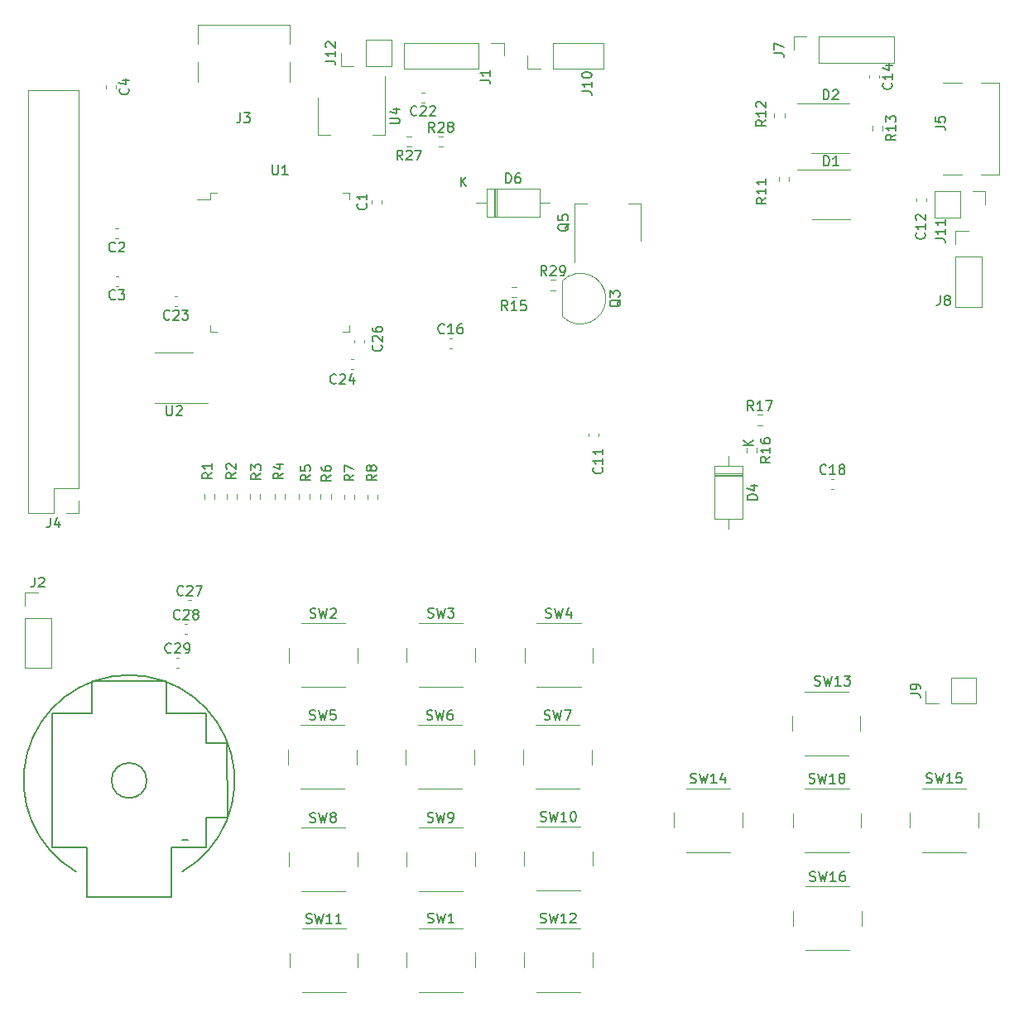
<source format=gbr>
%TF.GenerationSoftware,KiCad,Pcbnew,6.0.11+dfsg-1*%
%TF.CreationDate,2023-07-20T16:39:38+03:00*%
%TF.ProjectId,usb_display,7573625f-6469-4737-906c-61792e6b6963,rev?*%
%TF.SameCoordinates,Original*%
%TF.FileFunction,Legend,Top*%
%TF.FilePolarity,Positive*%
%FSLAX46Y46*%
G04 Gerber Fmt 4.6, Leading zero omitted, Abs format (unit mm)*
G04 Created by KiCad (PCBNEW 6.0.11+dfsg-1) date 2023-07-20 16:39:38*
%MOMM*%
%LPD*%
G01*
G04 APERTURE LIST*
%ADD10C,0.150000*%
%ADD11C,0.120000*%
%ADD12C,0.200000*%
%ADD13C,0.127000*%
G04 APERTURE END LIST*
D10*
%TO.C,C26*%
X87647142Y-82062857D02*
X87694761Y-82110476D01*
X87742380Y-82253333D01*
X87742380Y-82348571D01*
X87694761Y-82491428D01*
X87599523Y-82586666D01*
X87504285Y-82634285D01*
X87313809Y-82681904D01*
X87170952Y-82681904D01*
X86980476Y-82634285D01*
X86885238Y-82586666D01*
X86790000Y-82491428D01*
X86742380Y-82348571D01*
X86742380Y-82253333D01*
X86790000Y-82110476D01*
X86837619Y-82062857D01*
X86837619Y-81681904D02*
X86790000Y-81634285D01*
X86742380Y-81539047D01*
X86742380Y-81300952D01*
X86790000Y-81205714D01*
X86837619Y-81158095D01*
X86932857Y-81110476D01*
X87028095Y-81110476D01*
X87170952Y-81158095D01*
X87742380Y-81729523D01*
X87742380Y-81110476D01*
X86742380Y-80253333D02*
X86742380Y-80443809D01*
X86790000Y-80539047D01*
X86837619Y-80586666D01*
X86980476Y-80681904D01*
X87170952Y-80729523D01*
X87551904Y-80729523D01*
X87647142Y-80681904D01*
X87694761Y-80634285D01*
X87742380Y-80539047D01*
X87742380Y-80348571D01*
X87694761Y-80253333D01*
X87647142Y-80205714D01*
X87551904Y-80158095D01*
X87313809Y-80158095D01*
X87218571Y-80205714D01*
X87170952Y-80253333D01*
X87123333Y-80348571D01*
X87123333Y-80539047D01*
X87170952Y-80634285D01*
X87218571Y-80681904D01*
X87313809Y-80729523D01*
%TO.C,SW3*%
X92436666Y-109914761D02*
X92579523Y-109962380D01*
X92817619Y-109962380D01*
X92912857Y-109914761D01*
X92960476Y-109867142D01*
X93008095Y-109771904D01*
X93008095Y-109676666D01*
X92960476Y-109581428D01*
X92912857Y-109533809D01*
X92817619Y-109486190D01*
X92627142Y-109438571D01*
X92531904Y-109390952D01*
X92484285Y-109343333D01*
X92436666Y-109248095D01*
X92436666Y-109152857D01*
X92484285Y-109057619D01*
X92531904Y-109010000D01*
X92627142Y-108962380D01*
X92865238Y-108962380D01*
X93008095Y-109010000D01*
X93341428Y-108962380D02*
X93579523Y-109962380D01*
X93770000Y-109248095D01*
X93960476Y-109962380D01*
X94198571Y-108962380D01*
X94484285Y-108962380D02*
X95103333Y-108962380D01*
X94770000Y-109343333D01*
X94912857Y-109343333D01*
X95008095Y-109390952D01*
X95055714Y-109438571D01*
X95103333Y-109533809D01*
X95103333Y-109771904D01*
X95055714Y-109867142D01*
X95008095Y-109914761D01*
X94912857Y-109962380D01*
X94627142Y-109962380D01*
X94531904Y-109914761D01*
X94484285Y-109867142D01*
%TO.C,C18*%
X133147142Y-95187142D02*
X133099523Y-95234761D01*
X132956666Y-95282380D01*
X132861428Y-95282380D01*
X132718571Y-95234761D01*
X132623333Y-95139523D01*
X132575714Y-95044285D01*
X132528095Y-94853809D01*
X132528095Y-94710952D01*
X132575714Y-94520476D01*
X132623333Y-94425238D01*
X132718571Y-94330000D01*
X132861428Y-94282380D01*
X132956666Y-94282380D01*
X133099523Y-94330000D01*
X133147142Y-94377619D01*
X134099523Y-95282380D02*
X133528095Y-95282380D01*
X133813809Y-95282380D02*
X133813809Y-94282380D01*
X133718571Y-94425238D01*
X133623333Y-94520476D01*
X133528095Y-94568095D01*
X134670952Y-94710952D02*
X134575714Y-94663333D01*
X134528095Y-94615714D01*
X134480476Y-94520476D01*
X134480476Y-94472857D01*
X134528095Y-94377619D01*
X134575714Y-94330000D01*
X134670952Y-94282380D01*
X134861428Y-94282380D01*
X134956666Y-94330000D01*
X135004285Y-94377619D01*
X135051904Y-94472857D01*
X135051904Y-94520476D01*
X135004285Y-94615714D01*
X134956666Y-94663333D01*
X134861428Y-94710952D01*
X134670952Y-94710952D01*
X134575714Y-94758571D01*
X134528095Y-94806190D01*
X134480476Y-94901428D01*
X134480476Y-95091904D01*
X134528095Y-95187142D01*
X134575714Y-95234761D01*
X134670952Y-95282380D01*
X134861428Y-95282380D01*
X134956666Y-95234761D01*
X135004285Y-95187142D01*
X135051904Y-95091904D01*
X135051904Y-94901428D01*
X135004285Y-94806190D01*
X134956666Y-94758571D01*
X134861428Y-94710952D01*
%TO.C,R5*%
X80402380Y-95326666D02*
X79926190Y-95660000D01*
X80402380Y-95898095D02*
X79402380Y-95898095D01*
X79402380Y-95517142D01*
X79450000Y-95421904D01*
X79497619Y-95374285D01*
X79592857Y-95326666D01*
X79735714Y-95326666D01*
X79830952Y-95374285D01*
X79878571Y-95421904D01*
X79926190Y-95517142D01*
X79926190Y-95898095D01*
X79402380Y-94421904D02*
X79402380Y-94898095D01*
X79878571Y-94945714D01*
X79830952Y-94898095D01*
X79783333Y-94802857D01*
X79783333Y-94564761D01*
X79830952Y-94469523D01*
X79878571Y-94421904D01*
X79973809Y-94374285D01*
X80211904Y-94374285D01*
X80307142Y-94421904D01*
X80354761Y-94469523D01*
X80402380Y-94564761D01*
X80402380Y-94802857D01*
X80354761Y-94898095D01*
X80307142Y-94945714D01*
%TO.C,C2*%
X60443333Y-72427142D02*
X60395714Y-72474761D01*
X60252857Y-72522380D01*
X60157619Y-72522380D01*
X60014761Y-72474761D01*
X59919523Y-72379523D01*
X59871904Y-72284285D01*
X59824285Y-72093809D01*
X59824285Y-71950952D01*
X59871904Y-71760476D01*
X59919523Y-71665238D01*
X60014761Y-71570000D01*
X60157619Y-71522380D01*
X60252857Y-71522380D01*
X60395714Y-71570000D01*
X60443333Y-71617619D01*
X60824285Y-71617619D02*
X60871904Y-71570000D01*
X60967142Y-71522380D01*
X61205238Y-71522380D01*
X61300476Y-71570000D01*
X61348095Y-71617619D01*
X61395714Y-71712857D01*
X61395714Y-71808095D01*
X61348095Y-71950952D01*
X60776666Y-72522380D01*
X61395714Y-72522380D01*
%TO.C,SW8*%
X80366666Y-130844761D02*
X80509523Y-130892380D01*
X80747619Y-130892380D01*
X80842857Y-130844761D01*
X80890476Y-130797142D01*
X80938095Y-130701904D01*
X80938095Y-130606666D01*
X80890476Y-130511428D01*
X80842857Y-130463809D01*
X80747619Y-130416190D01*
X80557142Y-130368571D01*
X80461904Y-130320952D01*
X80414285Y-130273333D01*
X80366666Y-130178095D01*
X80366666Y-130082857D01*
X80414285Y-129987619D01*
X80461904Y-129940000D01*
X80557142Y-129892380D01*
X80795238Y-129892380D01*
X80938095Y-129940000D01*
X81271428Y-129892380D02*
X81509523Y-130892380D01*
X81700000Y-130178095D01*
X81890476Y-130892380D01*
X82128571Y-129892380D01*
X82652380Y-130320952D02*
X82557142Y-130273333D01*
X82509523Y-130225714D01*
X82461904Y-130130476D01*
X82461904Y-130082857D01*
X82509523Y-129987619D01*
X82557142Y-129940000D01*
X82652380Y-129892380D01*
X82842857Y-129892380D01*
X82938095Y-129940000D01*
X82985714Y-129987619D01*
X83033333Y-130082857D01*
X83033333Y-130130476D01*
X82985714Y-130225714D01*
X82938095Y-130273333D01*
X82842857Y-130320952D01*
X82652380Y-130320952D01*
X82557142Y-130368571D01*
X82509523Y-130416190D01*
X82461904Y-130511428D01*
X82461904Y-130701904D01*
X82509523Y-130797142D01*
X82557142Y-130844761D01*
X82652380Y-130892380D01*
X82842857Y-130892380D01*
X82938095Y-130844761D01*
X82985714Y-130797142D01*
X83033333Y-130701904D01*
X83033333Y-130511428D01*
X82985714Y-130416190D01*
X82938095Y-130368571D01*
X82842857Y-130320952D01*
%TO.C,C14*%
X139837142Y-55252857D02*
X139884761Y-55300476D01*
X139932380Y-55443333D01*
X139932380Y-55538571D01*
X139884761Y-55681428D01*
X139789523Y-55776666D01*
X139694285Y-55824285D01*
X139503809Y-55871904D01*
X139360952Y-55871904D01*
X139170476Y-55824285D01*
X139075238Y-55776666D01*
X138980000Y-55681428D01*
X138932380Y-55538571D01*
X138932380Y-55443333D01*
X138980000Y-55300476D01*
X139027619Y-55252857D01*
X139932380Y-54300476D02*
X139932380Y-54871904D01*
X139932380Y-54586190D02*
X138932380Y-54586190D01*
X139075238Y-54681428D01*
X139170476Y-54776666D01*
X139218095Y-54871904D01*
X139265714Y-53443333D02*
X139932380Y-53443333D01*
X138884761Y-53681428D02*
X139599047Y-53919523D01*
X139599047Y-53300476D01*
%TO.C,R17*%
X125727142Y-88752380D02*
X125393809Y-88276190D01*
X125155714Y-88752380D02*
X125155714Y-87752380D01*
X125536666Y-87752380D01*
X125631904Y-87800000D01*
X125679523Y-87847619D01*
X125727142Y-87942857D01*
X125727142Y-88085714D01*
X125679523Y-88180952D01*
X125631904Y-88228571D01*
X125536666Y-88276190D01*
X125155714Y-88276190D01*
X126679523Y-88752380D02*
X126108095Y-88752380D01*
X126393809Y-88752380D02*
X126393809Y-87752380D01*
X126298571Y-87895238D01*
X126203333Y-87990476D01*
X126108095Y-88038095D01*
X127012857Y-87752380D02*
X127679523Y-87752380D01*
X127250952Y-88752380D01*
%TO.C,C12*%
X143207142Y-70582857D02*
X143254761Y-70630476D01*
X143302380Y-70773333D01*
X143302380Y-70868571D01*
X143254761Y-71011428D01*
X143159523Y-71106666D01*
X143064285Y-71154285D01*
X142873809Y-71201904D01*
X142730952Y-71201904D01*
X142540476Y-71154285D01*
X142445238Y-71106666D01*
X142350000Y-71011428D01*
X142302380Y-70868571D01*
X142302380Y-70773333D01*
X142350000Y-70630476D01*
X142397619Y-70582857D01*
X143302380Y-69630476D02*
X143302380Y-70201904D01*
X143302380Y-69916190D02*
X142302380Y-69916190D01*
X142445238Y-70011428D01*
X142540476Y-70106666D01*
X142588095Y-70201904D01*
X142397619Y-69249523D02*
X142350000Y-69201904D01*
X142302380Y-69106666D01*
X142302380Y-68868571D01*
X142350000Y-68773333D01*
X142397619Y-68725714D01*
X142492857Y-68678095D01*
X142588095Y-68678095D01*
X142730952Y-68725714D01*
X143302380Y-69297142D01*
X143302380Y-68678095D01*
%TO.C,R15*%
X100577142Y-78512380D02*
X100243809Y-78036190D01*
X100005714Y-78512380D02*
X100005714Y-77512380D01*
X100386666Y-77512380D01*
X100481904Y-77560000D01*
X100529523Y-77607619D01*
X100577142Y-77702857D01*
X100577142Y-77845714D01*
X100529523Y-77940952D01*
X100481904Y-77988571D01*
X100386666Y-78036190D01*
X100005714Y-78036190D01*
X101529523Y-78512380D02*
X100958095Y-78512380D01*
X101243809Y-78512380D02*
X101243809Y-77512380D01*
X101148571Y-77655238D01*
X101053333Y-77750476D01*
X100958095Y-77798095D01*
X102434285Y-77512380D02*
X101958095Y-77512380D01*
X101910476Y-77988571D01*
X101958095Y-77940952D01*
X102053333Y-77893333D01*
X102291428Y-77893333D01*
X102386666Y-77940952D01*
X102434285Y-77988571D01*
X102481904Y-78083809D01*
X102481904Y-78321904D01*
X102434285Y-78417142D01*
X102386666Y-78464761D01*
X102291428Y-78512380D01*
X102053333Y-78512380D01*
X101958095Y-78464761D01*
X101910476Y-78417142D01*
%TO.C,C23*%
X66007142Y-79387142D02*
X65959523Y-79434761D01*
X65816666Y-79482380D01*
X65721428Y-79482380D01*
X65578571Y-79434761D01*
X65483333Y-79339523D01*
X65435714Y-79244285D01*
X65388095Y-79053809D01*
X65388095Y-78910952D01*
X65435714Y-78720476D01*
X65483333Y-78625238D01*
X65578571Y-78530000D01*
X65721428Y-78482380D01*
X65816666Y-78482380D01*
X65959523Y-78530000D01*
X66007142Y-78577619D01*
X66388095Y-78577619D02*
X66435714Y-78530000D01*
X66530952Y-78482380D01*
X66769047Y-78482380D01*
X66864285Y-78530000D01*
X66911904Y-78577619D01*
X66959523Y-78672857D01*
X66959523Y-78768095D01*
X66911904Y-78910952D01*
X66340476Y-79482380D01*
X66959523Y-79482380D01*
X67292857Y-78482380D02*
X67911904Y-78482380D01*
X67578571Y-78863333D01*
X67721428Y-78863333D01*
X67816666Y-78910952D01*
X67864285Y-78958571D01*
X67911904Y-79053809D01*
X67911904Y-79291904D01*
X67864285Y-79387142D01*
X67816666Y-79434761D01*
X67721428Y-79482380D01*
X67435714Y-79482380D01*
X67340476Y-79434761D01*
X67292857Y-79387142D01*
%TO.C,R13*%
X140282380Y-60512857D02*
X139806190Y-60846190D01*
X140282380Y-61084285D02*
X139282380Y-61084285D01*
X139282380Y-60703333D01*
X139330000Y-60608095D01*
X139377619Y-60560476D01*
X139472857Y-60512857D01*
X139615714Y-60512857D01*
X139710952Y-60560476D01*
X139758571Y-60608095D01*
X139806190Y-60703333D01*
X139806190Y-61084285D01*
X140282380Y-59560476D02*
X140282380Y-60131904D01*
X140282380Y-59846190D02*
X139282380Y-59846190D01*
X139425238Y-59941428D01*
X139520476Y-60036666D01*
X139568095Y-60131904D01*
X139282380Y-59227142D02*
X139282380Y-58608095D01*
X139663333Y-58941428D01*
X139663333Y-58798571D01*
X139710952Y-58703333D01*
X139758571Y-58655714D01*
X139853809Y-58608095D01*
X140091904Y-58608095D01*
X140187142Y-58655714D01*
X140234761Y-58703333D01*
X140282380Y-58798571D01*
X140282380Y-59084285D01*
X140234761Y-59179523D01*
X140187142Y-59227142D01*
%TO.C,R29*%
X104577142Y-74952380D02*
X104243809Y-74476190D01*
X104005714Y-74952380D02*
X104005714Y-73952380D01*
X104386666Y-73952380D01*
X104481904Y-74000000D01*
X104529523Y-74047619D01*
X104577142Y-74142857D01*
X104577142Y-74285714D01*
X104529523Y-74380952D01*
X104481904Y-74428571D01*
X104386666Y-74476190D01*
X104005714Y-74476190D01*
X104958095Y-74047619D02*
X105005714Y-74000000D01*
X105100952Y-73952380D01*
X105339047Y-73952380D01*
X105434285Y-74000000D01*
X105481904Y-74047619D01*
X105529523Y-74142857D01*
X105529523Y-74238095D01*
X105481904Y-74380952D01*
X104910476Y-74952380D01*
X105529523Y-74952380D01*
X106005714Y-74952380D02*
X106196190Y-74952380D01*
X106291428Y-74904761D01*
X106339047Y-74857142D01*
X106434285Y-74714285D01*
X106481904Y-74523809D01*
X106481904Y-74142857D01*
X106434285Y-74047619D01*
X106386666Y-74000000D01*
X106291428Y-73952380D01*
X106100952Y-73952380D01*
X106005714Y-74000000D01*
X105958095Y-74047619D01*
X105910476Y-74142857D01*
X105910476Y-74380952D01*
X105958095Y-74476190D01*
X106005714Y-74523809D01*
X106100952Y-74571428D01*
X106291428Y-74571428D01*
X106386666Y-74523809D01*
X106434285Y-74476190D01*
X106481904Y-74380952D01*
%TO.C,J4*%
X53801666Y-99727380D02*
X53801666Y-100441666D01*
X53754047Y-100584523D01*
X53658809Y-100679761D01*
X53515952Y-100727380D01*
X53420714Y-100727380D01*
X54706428Y-100060714D02*
X54706428Y-100727380D01*
X54468333Y-99679761D02*
X54230238Y-100394047D01*
X54849285Y-100394047D01*
%TO.C,SW4*%
X104486666Y-109934761D02*
X104629523Y-109982380D01*
X104867619Y-109982380D01*
X104962857Y-109934761D01*
X105010476Y-109887142D01*
X105058095Y-109791904D01*
X105058095Y-109696666D01*
X105010476Y-109601428D01*
X104962857Y-109553809D01*
X104867619Y-109506190D01*
X104677142Y-109458571D01*
X104581904Y-109410952D01*
X104534285Y-109363333D01*
X104486666Y-109268095D01*
X104486666Y-109172857D01*
X104534285Y-109077619D01*
X104581904Y-109030000D01*
X104677142Y-108982380D01*
X104915238Y-108982380D01*
X105058095Y-109030000D01*
X105391428Y-108982380D02*
X105629523Y-109982380D01*
X105820000Y-109268095D01*
X106010476Y-109982380D01*
X106248571Y-108982380D01*
X107058095Y-109315714D02*
X107058095Y-109982380D01*
X106820000Y-108934761D02*
X106581904Y-109649047D01*
X107200952Y-109649047D01*
%TO.C,Q3*%
X112137619Y-77405238D02*
X112090000Y-77500476D01*
X111994761Y-77595714D01*
X111851904Y-77738571D01*
X111804285Y-77833809D01*
X111804285Y-77929047D01*
X112042380Y-77881428D02*
X111994761Y-77976666D01*
X111899523Y-78071904D01*
X111709047Y-78119523D01*
X111375714Y-78119523D01*
X111185238Y-78071904D01*
X111090000Y-77976666D01*
X111042380Y-77881428D01*
X111042380Y-77690952D01*
X111090000Y-77595714D01*
X111185238Y-77500476D01*
X111375714Y-77452857D01*
X111709047Y-77452857D01*
X111899523Y-77500476D01*
X111994761Y-77595714D01*
X112042380Y-77690952D01*
X112042380Y-77881428D01*
X111042380Y-77119523D02*
X111042380Y-76500476D01*
X111423333Y-76833809D01*
X111423333Y-76690952D01*
X111470952Y-76595714D01*
X111518571Y-76548095D01*
X111613809Y-76500476D01*
X111851904Y-76500476D01*
X111947142Y-76548095D01*
X111994761Y-76595714D01*
X112042380Y-76690952D01*
X112042380Y-76976666D01*
X111994761Y-77071904D01*
X111947142Y-77119523D01*
%TO.C,Q5*%
X106857619Y-69625238D02*
X106810000Y-69720476D01*
X106714761Y-69815714D01*
X106571904Y-69958571D01*
X106524285Y-70053809D01*
X106524285Y-70149047D01*
X106762380Y-70101428D02*
X106714761Y-70196666D01*
X106619523Y-70291904D01*
X106429047Y-70339523D01*
X106095714Y-70339523D01*
X105905238Y-70291904D01*
X105810000Y-70196666D01*
X105762380Y-70101428D01*
X105762380Y-69910952D01*
X105810000Y-69815714D01*
X105905238Y-69720476D01*
X106095714Y-69672857D01*
X106429047Y-69672857D01*
X106619523Y-69720476D01*
X106714761Y-69815714D01*
X106762380Y-69910952D01*
X106762380Y-70101428D01*
X105762380Y-68768095D02*
X105762380Y-69244285D01*
X106238571Y-69291904D01*
X106190952Y-69244285D01*
X106143333Y-69149047D01*
X106143333Y-68910952D01*
X106190952Y-68815714D01*
X106238571Y-68768095D01*
X106333809Y-68720476D01*
X106571904Y-68720476D01*
X106667142Y-68768095D01*
X106714761Y-68815714D01*
X106762380Y-68910952D01*
X106762380Y-69149047D01*
X106714761Y-69244285D01*
X106667142Y-69291904D01*
%TO.C,J5*%
X144332380Y-59683333D02*
X145046666Y-59683333D01*
X145189523Y-59730952D01*
X145284761Y-59826190D01*
X145332380Y-59969047D01*
X145332380Y-60064285D01*
X144332380Y-58730952D02*
X144332380Y-59207142D01*
X144808571Y-59254761D01*
X144760952Y-59207142D01*
X144713333Y-59111904D01*
X144713333Y-58873809D01*
X144760952Y-58778571D01*
X144808571Y-58730952D01*
X144903809Y-58683333D01*
X145141904Y-58683333D01*
X145237142Y-58730952D01*
X145284761Y-58778571D01*
X145332380Y-58873809D01*
X145332380Y-59111904D01*
X145284761Y-59207142D01*
X145237142Y-59254761D01*
%TO.C,SW12*%
X103940476Y-141144761D02*
X104083333Y-141192380D01*
X104321428Y-141192380D01*
X104416666Y-141144761D01*
X104464285Y-141097142D01*
X104511904Y-141001904D01*
X104511904Y-140906666D01*
X104464285Y-140811428D01*
X104416666Y-140763809D01*
X104321428Y-140716190D01*
X104130952Y-140668571D01*
X104035714Y-140620952D01*
X103988095Y-140573333D01*
X103940476Y-140478095D01*
X103940476Y-140382857D01*
X103988095Y-140287619D01*
X104035714Y-140240000D01*
X104130952Y-140192380D01*
X104369047Y-140192380D01*
X104511904Y-140240000D01*
X104845238Y-140192380D02*
X105083333Y-141192380D01*
X105273809Y-140478095D01*
X105464285Y-141192380D01*
X105702380Y-140192380D01*
X106607142Y-141192380D02*
X106035714Y-141192380D01*
X106321428Y-141192380D02*
X106321428Y-140192380D01*
X106226190Y-140335238D01*
X106130952Y-140430476D01*
X106035714Y-140478095D01*
X106988095Y-140287619D02*
X107035714Y-140240000D01*
X107130952Y-140192380D01*
X107369047Y-140192380D01*
X107464285Y-140240000D01*
X107511904Y-140287619D01*
X107559523Y-140382857D01*
X107559523Y-140478095D01*
X107511904Y-140620952D01*
X106940476Y-141192380D01*
X107559523Y-141192380D01*
%TO.C,R27*%
X89837142Y-63132380D02*
X89503809Y-62656190D01*
X89265714Y-63132380D02*
X89265714Y-62132380D01*
X89646666Y-62132380D01*
X89741904Y-62180000D01*
X89789523Y-62227619D01*
X89837142Y-62322857D01*
X89837142Y-62465714D01*
X89789523Y-62560952D01*
X89741904Y-62608571D01*
X89646666Y-62656190D01*
X89265714Y-62656190D01*
X90218095Y-62227619D02*
X90265714Y-62180000D01*
X90360952Y-62132380D01*
X90599047Y-62132380D01*
X90694285Y-62180000D01*
X90741904Y-62227619D01*
X90789523Y-62322857D01*
X90789523Y-62418095D01*
X90741904Y-62560952D01*
X90170476Y-63132380D01*
X90789523Y-63132380D01*
X91122857Y-62132380D02*
X91789523Y-62132380D01*
X91360952Y-63132380D01*
%TO.C,SW15*%
X143420476Y-126824761D02*
X143563333Y-126872380D01*
X143801428Y-126872380D01*
X143896666Y-126824761D01*
X143944285Y-126777142D01*
X143991904Y-126681904D01*
X143991904Y-126586666D01*
X143944285Y-126491428D01*
X143896666Y-126443809D01*
X143801428Y-126396190D01*
X143610952Y-126348571D01*
X143515714Y-126300952D01*
X143468095Y-126253333D01*
X143420476Y-126158095D01*
X143420476Y-126062857D01*
X143468095Y-125967619D01*
X143515714Y-125920000D01*
X143610952Y-125872380D01*
X143849047Y-125872380D01*
X143991904Y-125920000D01*
X144325238Y-125872380D02*
X144563333Y-126872380D01*
X144753809Y-126158095D01*
X144944285Y-126872380D01*
X145182380Y-125872380D01*
X146087142Y-126872380D02*
X145515714Y-126872380D01*
X145801428Y-126872380D02*
X145801428Y-125872380D01*
X145706190Y-126015238D01*
X145610952Y-126110476D01*
X145515714Y-126158095D01*
X146991904Y-125872380D02*
X146515714Y-125872380D01*
X146468095Y-126348571D01*
X146515714Y-126300952D01*
X146610952Y-126253333D01*
X146849047Y-126253333D01*
X146944285Y-126300952D01*
X146991904Y-126348571D01*
X147039523Y-126443809D01*
X147039523Y-126681904D01*
X146991904Y-126777142D01*
X146944285Y-126824761D01*
X146849047Y-126872380D01*
X146610952Y-126872380D01*
X146515714Y-126824761D01*
X146468095Y-126777142D01*
%TO.C,R6*%
X82522380Y-95346666D02*
X82046190Y-95680000D01*
X82522380Y-95918095D02*
X81522380Y-95918095D01*
X81522380Y-95537142D01*
X81570000Y-95441904D01*
X81617619Y-95394285D01*
X81712857Y-95346666D01*
X81855714Y-95346666D01*
X81950952Y-95394285D01*
X81998571Y-95441904D01*
X82046190Y-95537142D01*
X82046190Y-95918095D01*
X81522380Y-94489523D02*
X81522380Y-94680000D01*
X81570000Y-94775238D01*
X81617619Y-94822857D01*
X81760476Y-94918095D01*
X81950952Y-94965714D01*
X82331904Y-94965714D01*
X82427142Y-94918095D01*
X82474761Y-94870476D01*
X82522380Y-94775238D01*
X82522380Y-94584761D01*
X82474761Y-94489523D01*
X82427142Y-94441904D01*
X82331904Y-94394285D01*
X82093809Y-94394285D01*
X81998571Y-94441904D01*
X81950952Y-94489523D01*
X81903333Y-94584761D01*
X81903333Y-94775238D01*
X81950952Y-94870476D01*
X81998571Y-94918095D01*
X82093809Y-94965714D01*
%TO.C,U1*%
X76518095Y-63632380D02*
X76518095Y-64441904D01*
X76565714Y-64537142D01*
X76613333Y-64584761D01*
X76708571Y-64632380D01*
X76899047Y-64632380D01*
X76994285Y-64584761D01*
X77041904Y-64537142D01*
X77089523Y-64441904D01*
X77089523Y-63632380D01*
X78089523Y-64632380D02*
X77518095Y-64632380D01*
X77803809Y-64632380D02*
X77803809Y-63632380D01*
X77708571Y-63775238D01*
X77613333Y-63870476D01*
X77518095Y-63918095D01*
%TO.C,J1*%
X97802380Y-54943333D02*
X98516666Y-54943333D01*
X98659523Y-54990952D01*
X98754761Y-55086190D01*
X98802380Y-55229047D01*
X98802380Y-55324285D01*
X98802380Y-53943333D02*
X98802380Y-54514761D01*
X98802380Y-54229047D02*
X97802380Y-54229047D01*
X97945238Y-54324285D01*
X98040476Y-54419523D01*
X98088095Y-54514761D01*
%TO.C,SW9*%
X92396666Y-130824761D02*
X92539523Y-130872380D01*
X92777619Y-130872380D01*
X92872857Y-130824761D01*
X92920476Y-130777142D01*
X92968095Y-130681904D01*
X92968095Y-130586666D01*
X92920476Y-130491428D01*
X92872857Y-130443809D01*
X92777619Y-130396190D01*
X92587142Y-130348571D01*
X92491904Y-130300952D01*
X92444285Y-130253333D01*
X92396666Y-130158095D01*
X92396666Y-130062857D01*
X92444285Y-129967619D01*
X92491904Y-129920000D01*
X92587142Y-129872380D01*
X92825238Y-129872380D01*
X92968095Y-129920000D01*
X93301428Y-129872380D02*
X93539523Y-130872380D01*
X93730000Y-130158095D01*
X93920476Y-130872380D01*
X94158571Y-129872380D01*
X94587142Y-130872380D02*
X94777619Y-130872380D01*
X94872857Y-130824761D01*
X94920476Y-130777142D01*
X95015714Y-130634285D01*
X95063333Y-130443809D01*
X95063333Y-130062857D01*
X95015714Y-129967619D01*
X94968095Y-129920000D01*
X94872857Y-129872380D01*
X94682380Y-129872380D01*
X94587142Y-129920000D01*
X94539523Y-129967619D01*
X94491904Y-130062857D01*
X94491904Y-130300952D01*
X94539523Y-130396190D01*
X94587142Y-130443809D01*
X94682380Y-130491428D01*
X94872857Y-130491428D01*
X94968095Y-130443809D01*
X95015714Y-130396190D01*
X95063333Y-130300952D01*
%TO.C,C22*%
X91287142Y-58497142D02*
X91239523Y-58544761D01*
X91096666Y-58592380D01*
X91001428Y-58592380D01*
X90858571Y-58544761D01*
X90763333Y-58449523D01*
X90715714Y-58354285D01*
X90668095Y-58163809D01*
X90668095Y-58020952D01*
X90715714Y-57830476D01*
X90763333Y-57735238D01*
X90858571Y-57640000D01*
X91001428Y-57592380D01*
X91096666Y-57592380D01*
X91239523Y-57640000D01*
X91287142Y-57687619D01*
X91668095Y-57687619D02*
X91715714Y-57640000D01*
X91810952Y-57592380D01*
X92049047Y-57592380D01*
X92144285Y-57640000D01*
X92191904Y-57687619D01*
X92239523Y-57782857D01*
X92239523Y-57878095D01*
X92191904Y-58020952D01*
X91620476Y-58592380D01*
X92239523Y-58592380D01*
X92620476Y-57687619D02*
X92668095Y-57640000D01*
X92763333Y-57592380D01*
X93001428Y-57592380D01*
X93096666Y-57640000D01*
X93144285Y-57687619D01*
X93191904Y-57782857D01*
X93191904Y-57878095D01*
X93144285Y-58020952D01*
X92572857Y-58592380D01*
X93191904Y-58592380D01*
%TO.C,J12*%
X81967380Y-52979523D02*
X82681666Y-52979523D01*
X82824523Y-53027142D01*
X82919761Y-53122380D01*
X82967380Y-53265238D01*
X82967380Y-53360476D01*
X82967380Y-51979523D02*
X82967380Y-52550952D01*
X82967380Y-52265238D02*
X81967380Y-52265238D01*
X82110238Y-52360476D01*
X82205476Y-52455714D01*
X82253095Y-52550952D01*
X82062619Y-51598571D02*
X82015000Y-51550952D01*
X81967380Y-51455714D01*
X81967380Y-51217619D01*
X82015000Y-51122380D01*
X82062619Y-51074761D01*
X82157857Y-51027142D01*
X82253095Y-51027142D01*
X82395952Y-51074761D01*
X82967380Y-51646190D01*
X82967380Y-51027142D01*
%TO.C,SW2*%
X80386666Y-109934761D02*
X80529523Y-109982380D01*
X80767619Y-109982380D01*
X80862857Y-109934761D01*
X80910476Y-109887142D01*
X80958095Y-109791904D01*
X80958095Y-109696666D01*
X80910476Y-109601428D01*
X80862857Y-109553809D01*
X80767619Y-109506190D01*
X80577142Y-109458571D01*
X80481904Y-109410952D01*
X80434285Y-109363333D01*
X80386666Y-109268095D01*
X80386666Y-109172857D01*
X80434285Y-109077619D01*
X80481904Y-109030000D01*
X80577142Y-108982380D01*
X80815238Y-108982380D01*
X80958095Y-109030000D01*
X81291428Y-108982380D02*
X81529523Y-109982380D01*
X81720000Y-109268095D01*
X81910476Y-109982380D01*
X82148571Y-108982380D01*
X82481904Y-109077619D02*
X82529523Y-109030000D01*
X82624761Y-108982380D01*
X82862857Y-108982380D01*
X82958095Y-109030000D01*
X83005714Y-109077619D01*
X83053333Y-109172857D01*
X83053333Y-109268095D01*
X83005714Y-109410952D01*
X82434285Y-109982380D01*
X83053333Y-109982380D01*
%TO.C,SW13*%
X131990476Y-116854761D02*
X132133333Y-116902380D01*
X132371428Y-116902380D01*
X132466666Y-116854761D01*
X132514285Y-116807142D01*
X132561904Y-116711904D01*
X132561904Y-116616666D01*
X132514285Y-116521428D01*
X132466666Y-116473809D01*
X132371428Y-116426190D01*
X132180952Y-116378571D01*
X132085714Y-116330952D01*
X132038095Y-116283333D01*
X131990476Y-116188095D01*
X131990476Y-116092857D01*
X132038095Y-115997619D01*
X132085714Y-115950000D01*
X132180952Y-115902380D01*
X132419047Y-115902380D01*
X132561904Y-115950000D01*
X132895238Y-115902380D02*
X133133333Y-116902380D01*
X133323809Y-116188095D01*
X133514285Y-116902380D01*
X133752380Y-115902380D01*
X134657142Y-116902380D02*
X134085714Y-116902380D01*
X134371428Y-116902380D02*
X134371428Y-115902380D01*
X134276190Y-116045238D01*
X134180952Y-116140476D01*
X134085714Y-116188095D01*
X134990476Y-115902380D02*
X135609523Y-115902380D01*
X135276190Y-116283333D01*
X135419047Y-116283333D01*
X135514285Y-116330952D01*
X135561904Y-116378571D01*
X135609523Y-116473809D01*
X135609523Y-116711904D01*
X135561904Y-116807142D01*
X135514285Y-116854761D01*
X135419047Y-116902380D01*
X135133333Y-116902380D01*
X135038095Y-116854761D01*
X134990476Y-116807142D01*
%TO.C,C27*%
X67412142Y-107587142D02*
X67364523Y-107634761D01*
X67221666Y-107682380D01*
X67126428Y-107682380D01*
X66983571Y-107634761D01*
X66888333Y-107539523D01*
X66840714Y-107444285D01*
X66793095Y-107253809D01*
X66793095Y-107110952D01*
X66840714Y-106920476D01*
X66888333Y-106825238D01*
X66983571Y-106730000D01*
X67126428Y-106682380D01*
X67221666Y-106682380D01*
X67364523Y-106730000D01*
X67412142Y-106777619D01*
X67793095Y-106777619D02*
X67840714Y-106730000D01*
X67935952Y-106682380D01*
X68174047Y-106682380D01*
X68269285Y-106730000D01*
X68316904Y-106777619D01*
X68364523Y-106872857D01*
X68364523Y-106968095D01*
X68316904Y-107110952D01*
X67745476Y-107682380D01*
X68364523Y-107682380D01*
X68697857Y-106682380D02*
X69364523Y-106682380D01*
X68935952Y-107682380D01*
%TO.C,C4*%
X61757142Y-55796666D02*
X61804761Y-55844285D01*
X61852380Y-55987142D01*
X61852380Y-56082380D01*
X61804761Y-56225238D01*
X61709523Y-56320476D01*
X61614285Y-56368095D01*
X61423809Y-56415714D01*
X61280952Y-56415714D01*
X61090476Y-56368095D01*
X60995238Y-56320476D01*
X60900000Y-56225238D01*
X60852380Y-56082380D01*
X60852380Y-55987142D01*
X60900000Y-55844285D01*
X60947619Y-55796666D01*
X61185714Y-54939523D02*
X61852380Y-54939523D01*
X60804761Y-55177619D02*
X61519047Y-55415714D01*
X61519047Y-54796666D01*
%TO.C,SW1*%
X92426666Y-141144761D02*
X92569523Y-141192380D01*
X92807619Y-141192380D01*
X92902857Y-141144761D01*
X92950476Y-141097142D01*
X92998095Y-141001904D01*
X92998095Y-140906666D01*
X92950476Y-140811428D01*
X92902857Y-140763809D01*
X92807619Y-140716190D01*
X92617142Y-140668571D01*
X92521904Y-140620952D01*
X92474285Y-140573333D01*
X92426666Y-140478095D01*
X92426666Y-140382857D01*
X92474285Y-140287619D01*
X92521904Y-140240000D01*
X92617142Y-140192380D01*
X92855238Y-140192380D01*
X92998095Y-140240000D01*
X93331428Y-140192380D02*
X93569523Y-141192380D01*
X93760000Y-140478095D01*
X93950476Y-141192380D01*
X94188571Y-140192380D01*
X95093333Y-141192380D02*
X94521904Y-141192380D01*
X94807619Y-141192380D02*
X94807619Y-140192380D01*
X94712380Y-140335238D01*
X94617142Y-140430476D01*
X94521904Y-140478095D01*
%TO.C,J3*%
X73236666Y-58297380D02*
X73236666Y-59011666D01*
X73189047Y-59154523D01*
X73093809Y-59249761D01*
X72950952Y-59297380D01*
X72855714Y-59297380D01*
X73617619Y-58297380D02*
X74236666Y-58297380D01*
X73903333Y-58678333D01*
X74046190Y-58678333D01*
X74141428Y-58725952D01*
X74189047Y-58773571D01*
X74236666Y-58868809D01*
X74236666Y-59106904D01*
X74189047Y-59202142D01*
X74141428Y-59249761D01*
X74046190Y-59297380D01*
X73760476Y-59297380D01*
X73665238Y-59249761D01*
X73617619Y-59202142D01*
%TO.C,C3*%
X60453333Y-77317142D02*
X60405714Y-77364761D01*
X60262857Y-77412380D01*
X60167619Y-77412380D01*
X60024761Y-77364761D01*
X59929523Y-77269523D01*
X59881904Y-77174285D01*
X59834285Y-76983809D01*
X59834285Y-76840952D01*
X59881904Y-76650476D01*
X59929523Y-76555238D01*
X60024761Y-76460000D01*
X60167619Y-76412380D01*
X60262857Y-76412380D01*
X60405714Y-76460000D01*
X60453333Y-76507619D01*
X60786666Y-76412380D02*
X61405714Y-76412380D01*
X61072380Y-76793333D01*
X61215238Y-76793333D01*
X61310476Y-76840952D01*
X61358095Y-76888571D01*
X61405714Y-76983809D01*
X61405714Y-77221904D01*
X61358095Y-77317142D01*
X61310476Y-77364761D01*
X61215238Y-77412380D01*
X60929523Y-77412380D01*
X60834285Y-77364761D01*
X60786666Y-77317142D01*
%TO.C,D6*%
X100391904Y-65472380D02*
X100391904Y-64472380D01*
X100630000Y-64472380D01*
X100772857Y-64520000D01*
X100868095Y-64615238D01*
X100915714Y-64710476D01*
X100963333Y-64900952D01*
X100963333Y-65043809D01*
X100915714Y-65234285D01*
X100868095Y-65329523D01*
X100772857Y-65424761D01*
X100630000Y-65472380D01*
X100391904Y-65472380D01*
X101820476Y-64472380D02*
X101630000Y-64472380D01*
X101534761Y-64520000D01*
X101487142Y-64567619D01*
X101391904Y-64710476D01*
X101344285Y-64900952D01*
X101344285Y-65281904D01*
X101391904Y-65377142D01*
X101439523Y-65424761D01*
X101534761Y-65472380D01*
X101725238Y-65472380D01*
X101820476Y-65424761D01*
X101868095Y-65377142D01*
X101915714Y-65281904D01*
X101915714Y-65043809D01*
X101868095Y-64948571D01*
X101820476Y-64900952D01*
X101725238Y-64853333D01*
X101534761Y-64853333D01*
X101439523Y-64900952D01*
X101391904Y-64948571D01*
X101344285Y-65043809D01*
X95788095Y-65842380D02*
X95788095Y-64842380D01*
X96359523Y-65842380D02*
X95930952Y-65270952D01*
X96359523Y-64842380D02*
X95788095Y-65413809D01*
%TO.C,D1*%
X132911904Y-63702380D02*
X132911904Y-62702380D01*
X133150000Y-62702380D01*
X133292857Y-62750000D01*
X133388095Y-62845238D01*
X133435714Y-62940476D01*
X133483333Y-63130952D01*
X133483333Y-63273809D01*
X133435714Y-63464285D01*
X133388095Y-63559523D01*
X133292857Y-63654761D01*
X133150000Y-63702380D01*
X132911904Y-63702380D01*
X134435714Y-63702380D02*
X133864285Y-63702380D01*
X134150000Y-63702380D02*
X134150000Y-62702380D01*
X134054761Y-62845238D01*
X133959523Y-62940476D01*
X133864285Y-62988095D01*
%TO.C,SW14*%
X119280476Y-126834761D02*
X119423333Y-126882380D01*
X119661428Y-126882380D01*
X119756666Y-126834761D01*
X119804285Y-126787142D01*
X119851904Y-126691904D01*
X119851904Y-126596666D01*
X119804285Y-126501428D01*
X119756666Y-126453809D01*
X119661428Y-126406190D01*
X119470952Y-126358571D01*
X119375714Y-126310952D01*
X119328095Y-126263333D01*
X119280476Y-126168095D01*
X119280476Y-126072857D01*
X119328095Y-125977619D01*
X119375714Y-125930000D01*
X119470952Y-125882380D01*
X119709047Y-125882380D01*
X119851904Y-125930000D01*
X120185238Y-125882380D02*
X120423333Y-126882380D01*
X120613809Y-126168095D01*
X120804285Y-126882380D01*
X121042380Y-125882380D01*
X121947142Y-126882380D02*
X121375714Y-126882380D01*
X121661428Y-126882380D02*
X121661428Y-125882380D01*
X121566190Y-126025238D01*
X121470952Y-126120476D01*
X121375714Y-126168095D01*
X122804285Y-126215714D02*
X122804285Y-126882380D01*
X122566190Y-125834761D02*
X122328095Y-126549047D01*
X122947142Y-126549047D01*
%TO.C,J8*%
X144826666Y-76982380D02*
X144826666Y-77696666D01*
X144779047Y-77839523D01*
X144683809Y-77934761D01*
X144540952Y-77982380D01*
X144445714Y-77982380D01*
X145445714Y-77410952D02*
X145350476Y-77363333D01*
X145302857Y-77315714D01*
X145255238Y-77220476D01*
X145255238Y-77172857D01*
X145302857Y-77077619D01*
X145350476Y-77030000D01*
X145445714Y-76982380D01*
X145636190Y-76982380D01*
X145731428Y-77030000D01*
X145779047Y-77077619D01*
X145826666Y-77172857D01*
X145826666Y-77220476D01*
X145779047Y-77315714D01*
X145731428Y-77363333D01*
X145636190Y-77410952D01*
X145445714Y-77410952D01*
X145350476Y-77458571D01*
X145302857Y-77506190D01*
X145255238Y-77601428D01*
X145255238Y-77791904D01*
X145302857Y-77887142D01*
X145350476Y-77934761D01*
X145445714Y-77982380D01*
X145636190Y-77982380D01*
X145731428Y-77934761D01*
X145779047Y-77887142D01*
X145826666Y-77791904D01*
X145826666Y-77601428D01*
X145779047Y-77506190D01*
X145731428Y-77458571D01*
X145636190Y-77410952D01*
%TO.C,C28*%
X67057142Y-110037142D02*
X67009523Y-110084761D01*
X66866666Y-110132380D01*
X66771428Y-110132380D01*
X66628571Y-110084761D01*
X66533333Y-109989523D01*
X66485714Y-109894285D01*
X66438095Y-109703809D01*
X66438095Y-109560952D01*
X66485714Y-109370476D01*
X66533333Y-109275238D01*
X66628571Y-109180000D01*
X66771428Y-109132380D01*
X66866666Y-109132380D01*
X67009523Y-109180000D01*
X67057142Y-109227619D01*
X67438095Y-109227619D02*
X67485714Y-109180000D01*
X67580952Y-109132380D01*
X67819047Y-109132380D01*
X67914285Y-109180000D01*
X67961904Y-109227619D01*
X68009523Y-109322857D01*
X68009523Y-109418095D01*
X67961904Y-109560952D01*
X67390476Y-110132380D01*
X68009523Y-110132380D01*
X68580952Y-109560952D02*
X68485714Y-109513333D01*
X68438095Y-109465714D01*
X68390476Y-109370476D01*
X68390476Y-109322857D01*
X68438095Y-109227619D01*
X68485714Y-109180000D01*
X68580952Y-109132380D01*
X68771428Y-109132380D01*
X68866666Y-109180000D01*
X68914285Y-109227619D01*
X68961904Y-109322857D01*
X68961904Y-109370476D01*
X68914285Y-109465714D01*
X68866666Y-109513333D01*
X68771428Y-109560952D01*
X68580952Y-109560952D01*
X68485714Y-109608571D01*
X68438095Y-109656190D01*
X68390476Y-109751428D01*
X68390476Y-109941904D01*
X68438095Y-110037142D01*
X68485714Y-110084761D01*
X68580952Y-110132380D01*
X68771428Y-110132380D01*
X68866666Y-110084761D01*
X68914285Y-110037142D01*
X68961904Y-109941904D01*
X68961904Y-109751428D01*
X68914285Y-109656190D01*
X68866666Y-109608571D01*
X68771428Y-109560952D01*
%TO.C,R12*%
X126992380Y-59032857D02*
X126516190Y-59366190D01*
X126992380Y-59604285D02*
X125992380Y-59604285D01*
X125992380Y-59223333D01*
X126040000Y-59128095D01*
X126087619Y-59080476D01*
X126182857Y-59032857D01*
X126325714Y-59032857D01*
X126420952Y-59080476D01*
X126468571Y-59128095D01*
X126516190Y-59223333D01*
X126516190Y-59604285D01*
X126992380Y-58080476D02*
X126992380Y-58651904D01*
X126992380Y-58366190D02*
X125992380Y-58366190D01*
X126135238Y-58461428D01*
X126230476Y-58556666D01*
X126278095Y-58651904D01*
X126087619Y-57699523D02*
X126040000Y-57651904D01*
X125992380Y-57556666D01*
X125992380Y-57318571D01*
X126040000Y-57223333D01*
X126087619Y-57175714D01*
X126182857Y-57128095D01*
X126278095Y-57128095D01*
X126420952Y-57175714D01*
X126992380Y-57747142D01*
X126992380Y-57128095D01*
%TO.C,J2*%
X52216666Y-105817380D02*
X52216666Y-106531666D01*
X52169047Y-106674523D01*
X52073809Y-106769761D01*
X51930952Y-106817380D01*
X51835714Y-106817380D01*
X52645238Y-105912619D02*
X52692857Y-105865000D01*
X52788095Y-105817380D01*
X53026190Y-105817380D01*
X53121428Y-105865000D01*
X53169047Y-105912619D01*
X53216666Y-106007857D01*
X53216666Y-106103095D01*
X53169047Y-106245952D01*
X52597619Y-106817380D01*
X53216666Y-106817380D01*
%TO.C,SW16*%
X131500476Y-136874761D02*
X131643333Y-136922380D01*
X131881428Y-136922380D01*
X131976666Y-136874761D01*
X132024285Y-136827142D01*
X132071904Y-136731904D01*
X132071904Y-136636666D01*
X132024285Y-136541428D01*
X131976666Y-136493809D01*
X131881428Y-136446190D01*
X131690952Y-136398571D01*
X131595714Y-136350952D01*
X131548095Y-136303333D01*
X131500476Y-136208095D01*
X131500476Y-136112857D01*
X131548095Y-136017619D01*
X131595714Y-135970000D01*
X131690952Y-135922380D01*
X131929047Y-135922380D01*
X132071904Y-135970000D01*
X132405238Y-135922380D02*
X132643333Y-136922380D01*
X132833809Y-136208095D01*
X133024285Y-136922380D01*
X133262380Y-135922380D01*
X134167142Y-136922380D02*
X133595714Y-136922380D01*
X133881428Y-136922380D02*
X133881428Y-135922380D01*
X133786190Y-136065238D01*
X133690952Y-136160476D01*
X133595714Y-136208095D01*
X135024285Y-135922380D02*
X134833809Y-135922380D01*
X134738571Y-135970000D01*
X134690952Y-136017619D01*
X134595714Y-136160476D01*
X134548095Y-136350952D01*
X134548095Y-136731904D01*
X134595714Y-136827142D01*
X134643333Y-136874761D01*
X134738571Y-136922380D01*
X134929047Y-136922380D01*
X135024285Y-136874761D01*
X135071904Y-136827142D01*
X135119523Y-136731904D01*
X135119523Y-136493809D01*
X135071904Y-136398571D01*
X135024285Y-136350952D01*
X134929047Y-136303333D01*
X134738571Y-136303333D01*
X134643333Y-136350952D01*
X134595714Y-136398571D01*
X134548095Y-136493809D01*
%TO.C,D2*%
X132881904Y-56932380D02*
X132881904Y-55932380D01*
X133120000Y-55932380D01*
X133262857Y-55980000D01*
X133358095Y-56075238D01*
X133405714Y-56170476D01*
X133453333Y-56360952D01*
X133453333Y-56503809D01*
X133405714Y-56694285D01*
X133358095Y-56789523D01*
X133262857Y-56884761D01*
X133120000Y-56932380D01*
X132881904Y-56932380D01*
X133834285Y-56027619D02*
X133881904Y-55980000D01*
X133977142Y-55932380D01*
X134215238Y-55932380D01*
X134310476Y-55980000D01*
X134358095Y-56027619D01*
X134405714Y-56122857D01*
X134405714Y-56218095D01*
X134358095Y-56360952D01*
X133786666Y-56932380D01*
X134405714Y-56932380D01*
%TO.C,C29*%
X66167142Y-113467142D02*
X66119523Y-113514761D01*
X65976666Y-113562380D01*
X65881428Y-113562380D01*
X65738571Y-113514761D01*
X65643333Y-113419523D01*
X65595714Y-113324285D01*
X65548095Y-113133809D01*
X65548095Y-112990952D01*
X65595714Y-112800476D01*
X65643333Y-112705238D01*
X65738571Y-112610000D01*
X65881428Y-112562380D01*
X65976666Y-112562380D01*
X66119523Y-112610000D01*
X66167142Y-112657619D01*
X66548095Y-112657619D02*
X66595714Y-112610000D01*
X66690952Y-112562380D01*
X66929047Y-112562380D01*
X67024285Y-112610000D01*
X67071904Y-112657619D01*
X67119523Y-112752857D01*
X67119523Y-112848095D01*
X67071904Y-112990952D01*
X66500476Y-113562380D01*
X67119523Y-113562380D01*
X67595714Y-113562380D02*
X67786190Y-113562380D01*
X67881428Y-113514761D01*
X67929047Y-113467142D01*
X68024285Y-113324285D01*
X68071904Y-113133809D01*
X68071904Y-112752857D01*
X68024285Y-112657619D01*
X67976666Y-112610000D01*
X67881428Y-112562380D01*
X67690952Y-112562380D01*
X67595714Y-112610000D01*
X67548095Y-112657619D01*
X67500476Y-112752857D01*
X67500476Y-112990952D01*
X67548095Y-113086190D01*
X67595714Y-113133809D01*
X67690952Y-113181428D01*
X67881428Y-113181428D01*
X67976666Y-113133809D01*
X68024285Y-113086190D01*
X68071904Y-112990952D01*
%TO.C,U2*%
X65708095Y-88262380D02*
X65708095Y-89071904D01*
X65755714Y-89167142D01*
X65803333Y-89214761D01*
X65898571Y-89262380D01*
X66089047Y-89262380D01*
X66184285Y-89214761D01*
X66231904Y-89167142D01*
X66279523Y-89071904D01*
X66279523Y-88262380D01*
X66708095Y-88357619D02*
X66755714Y-88310000D01*
X66850952Y-88262380D01*
X67089047Y-88262380D01*
X67184285Y-88310000D01*
X67231904Y-88357619D01*
X67279523Y-88452857D01*
X67279523Y-88548095D01*
X67231904Y-88690952D01*
X66660476Y-89262380D01*
X67279523Y-89262380D01*
%TO.C,R7*%
X84852380Y-95326666D02*
X84376190Y-95660000D01*
X84852380Y-95898095D02*
X83852380Y-95898095D01*
X83852380Y-95517142D01*
X83900000Y-95421904D01*
X83947619Y-95374285D01*
X84042857Y-95326666D01*
X84185714Y-95326666D01*
X84280952Y-95374285D01*
X84328571Y-95421904D01*
X84376190Y-95517142D01*
X84376190Y-95898095D01*
X83852380Y-94993333D02*
X83852380Y-94326666D01*
X84852380Y-94755238D01*
%TO.C,C11*%
X110217142Y-94602857D02*
X110264761Y-94650476D01*
X110312380Y-94793333D01*
X110312380Y-94888571D01*
X110264761Y-95031428D01*
X110169523Y-95126666D01*
X110074285Y-95174285D01*
X109883809Y-95221904D01*
X109740952Y-95221904D01*
X109550476Y-95174285D01*
X109455238Y-95126666D01*
X109360000Y-95031428D01*
X109312380Y-94888571D01*
X109312380Y-94793333D01*
X109360000Y-94650476D01*
X109407619Y-94602857D01*
X110312380Y-93650476D02*
X110312380Y-94221904D01*
X110312380Y-93936190D02*
X109312380Y-93936190D01*
X109455238Y-94031428D01*
X109550476Y-94126666D01*
X109598095Y-94221904D01*
X110312380Y-92698095D02*
X110312380Y-93269523D01*
X110312380Y-92983809D02*
X109312380Y-92983809D01*
X109455238Y-93079047D01*
X109550476Y-93174285D01*
X109598095Y-93269523D01*
%TO.C,SW18*%
X131440476Y-126844761D02*
X131583333Y-126892380D01*
X131821428Y-126892380D01*
X131916666Y-126844761D01*
X131964285Y-126797142D01*
X132011904Y-126701904D01*
X132011904Y-126606666D01*
X131964285Y-126511428D01*
X131916666Y-126463809D01*
X131821428Y-126416190D01*
X131630952Y-126368571D01*
X131535714Y-126320952D01*
X131488095Y-126273333D01*
X131440476Y-126178095D01*
X131440476Y-126082857D01*
X131488095Y-125987619D01*
X131535714Y-125940000D01*
X131630952Y-125892380D01*
X131869047Y-125892380D01*
X132011904Y-125940000D01*
X132345238Y-125892380D02*
X132583333Y-126892380D01*
X132773809Y-126178095D01*
X132964285Y-126892380D01*
X133202380Y-125892380D01*
X134107142Y-126892380D02*
X133535714Y-126892380D01*
X133821428Y-126892380D02*
X133821428Y-125892380D01*
X133726190Y-126035238D01*
X133630952Y-126130476D01*
X133535714Y-126178095D01*
X134678571Y-126320952D02*
X134583333Y-126273333D01*
X134535714Y-126225714D01*
X134488095Y-126130476D01*
X134488095Y-126082857D01*
X134535714Y-125987619D01*
X134583333Y-125940000D01*
X134678571Y-125892380D01*
X134869047Y-125892380D01*
X134964285Y-125940000D01*
X135011904Y-125987619D01*
X135059523Y-126082857D01*
X135059523Y-126130476D01*
X135011904Y-126225714D01*
X134964285Y-126273333D01*
X134869047Y-126320952D01*
X134678571Y-126320952D01*
X134583333Y-126368571D01*
X134535714Y-126416190D01*
X134488095Y-126511428D01*
X134488095Y-126701904D01*
X134535714Y-126797142D01*
X134583333Y-126844761D01*
X134678571Y-126892380D01*
X134869047Y-126892380D01*
X134964285Y-126844761D01*
X135011904Y-126797142D01*
X135059523Y-126701904D01*
X135059523Y-126511428D01*
X135011904Y-126416190D01*
X134964285Y-126368571D01*
X134869047Y-126320952D01*
%TO.C,C1*%
X86087142Y-67576666D02*
X86134761Y-67624285D01*
X86182380Y-67767142D01*
X86182380Y-67862380D01*
X86134761Y-68005238D01*
X86039523Y-68100476D01*
X85944285Y-68148095D01*
X85753809Y-68195714D01*
X85610952Y-68195714D01*
X85420476Y-68148095D01*
X85325238Y-68100476D01*
X85230000Y-68005238D01*
X85182380Y-67862380D01*
X85182380Y-67767142D01*
X85230000Y-67624285D01*
X85277619Y-67576666D01*
X86182380Y-66624285D02*
X86182380Y-67195714D01*
X86182380Y-66910000D02*
X85182380Y-66910000D01*
X85325238Y-67005238D01*
X85420476Y-67100476D01*
X85468095Y-67195714D01*
%TO.C,U4*%
X88552380Y-59391904D02*
X89361904Y-59391904D01*
X89457142Y-59344285D01*
X89504761Y-59296666D01*
X89552380Y-59201428D01*
X89552380Y-59010952D01*
X89504761Y-58915714D01*
X89457142Y-58868095D01*
X89361904Y-58820476D01*
X88552380Y-58820476D01*
X88885714Y-57915714D02*
X89552380Y-57915714D01*
X88504761Y-58153809D02*
X89219047Y-58391904D01*
X89219047Y-57772857D01*
%TO.C,J11*%
X144322380Y-71169523D02*
X145036666Y-71169523D01*
X145179523Y-71217142D01*
X145274761Y-71312380D01*
X145322380Y-71455238D01*
X145322380Y-71550476D01*
X145322380Y-70169523D02*
X145322380Y-70740952D01*
X145322380Y-70455238D02*
X144322380Y-70455238D01*
X144465238Y-70550476D01*
X144560476Y-70645714D01*
X144608095Y-70740952D01*
X145322380Y-69217142D02*
X145322380Y-69788571D01*
X145322380Y-69502857D02*
X144322380Y-69502857D01*
X144465238Y-69598095D01*
X144560476Y-69693333D01*
X144608095Y-69788571D01*
%TO.C,R3*%
X75342380Y-95206666D02*
X74866190Y-95540000D01*
X75342380Y-95778095D02*
X74342380Y-95778095D01*
X74342380Y-95397142D01*
X74390000Y-95301904D01*
X74437619Y-95254285D01*
X74532857Y-95206666D01*
X74675714Y-95206666D01*
X74770952Y-95254285D01*
X74818571Y-95301904D01*
X74866190Y-95397142D01*
X74866190Y-95778095D01*
X74342380Y-94873333D02*
X74342380Y-94254285D01*
X74723333Y-94587619D01*
X74723333Y-94444761D01*
X74770952Y-94349523D01*
X74818571Y-94301904D01*
X74913809Y-94254285D01*
X75151904Y-94254285D01*
X75247142Y-94301904D01*
X75294761Y-94349523D01*
X75342380Y-94444761D01*
X75342380Y-94730476D01*
X75294761Y-94825714D01*
X75247142Y-94873333D01*
%TO.C,R8*%
X87162380Y-95326666D02*
X86686190Y-95660000D01*
X87162380Y-95898095D02*
X86162380Y-95898095D01*
X86162380Y-95517142D01*
X86210000Y-95421904D01*
X86257619Y-95374285D01*
X86352857Y-95326666D01*
X86495714Y-95326666D01*
X86590952Y-95374285D01*
X86638571Y-95421904D01*
X86686190Y-95517142D01*
X86686190Y-95898095D01*
X86590952Y-94755238D02*
X86543333Y-94850476D01*
X86495714Y-94898095D01*
X86400476Y-94945714D01*
X86352857Y-94945714D01*
X86257619Y-94898095D01*
X86210000Y-94850476D01*
X86162380Y-94755238D01*
X86162380Y-94564761D01*
X86210000Y-94469523D01*
X86257619Y-94421904D01*
X86352857Y-94374285D01*
X86400476Y-94374285D01*
X86495714Y-94421904D01*
X86543333Y-94469523D01*
X86590952Y-94564761D01*
X86590952Y-94755238D01*
X86638571Y-94850476D01*
X86686190Y-94898095D01*
X86781428Y-94945714D01*
X86971904Y-94945714D01*
X87067142Y-94898095D01*
X87114761Y-94850476D01*
X87162380Y-94755238D01*
X87162380Y-94564761D01*
X87114761Y-94469523D01*
X87067142Y-94421904D01*
X86971904Y-94374285D01*
X86781428Y-94374285D01*
X86686190Y-94421904D01*
X86638571Y-94469523D01*
X86590952Y-94564761D01*
%TO.C,J7*%
X127852380Y-52173333D02*
X128566666Y-52173333D01*
X128709523Y-52220952D01*
X128804761Y-52316190D01*
X128852380Y-52459047D01*
X128852380Y-52554285D01*
X127852380Y-51792380D02*
X127852380Y-51125714D01*
X128852380Y-51554285D01*
%TO.C,SW5*%
X80336666Y-120364761D02*
X80479523Y-120412380D01*
X80717619Y-120412380D01*
X80812857Y-120364761D01*
X80860476Y-120317142D01*
X80908095Y-120221904D01*
X80908095Y-120126666D01*
X80860476Y-120031428D01*
X80812857Y-119983809D01*
X80717619Y-119936190D01*
X80527142Y-119888571D01*
X80431904Y-119840952D01*
X80384285Y-119793333D01*
X80336666Y-119698095D01*
X80336666Y-119602857D01*
X80384285Y-119507619D01*
X80431904Y-119460000D01*
X80527142Y-119412380D01*
X80765238Y-119412380D01*
X80908095Y-119460000D01*
X81241428Y-119412380D02*
X81479523Y-120412380D01*
X81670000Y-119698095D01*
X81860476Y-120412380D01*
X82098571Y-119412380D01*
X82955714Y-119412380D02*
X82479523Y-119412380D01*
X82431904Y-119888571D01*
X82479523Y-119840952D01*
X82574761Y-119793333D01*
X82812857Y-119793333D01*
X82908095Y-119840952D01*
X82955714Y-119888571D01*
X83003333Y-119983809D01*
X83003333Y-120221904D01*
X82955714Y-120317142D01*
X82908095Y-120364761D01*
X82812857Y-120412380D01*
X82574761Y-120412380D01*
X82479523Y-120364761D01*
X82431904Y-120317142D01*
%TO.C,SW6*%
X92316666Y-120354761D02*
X92459523Y-120402380D01*
X92697619Y-120402380D01*
X92792857Y-120354761D01*
X92840476Y-120307142D01*
X92888095Y-120211904D01*
X92888095Y-120116666D01*
X92840476Y-120021428D01*
X92792857Y-119973809D01*
X92697619Y-119926190D01*
X92507142Y-119878571D01*
X92411904Y-119830952D01*
X92364285Y-119783333D01*
X92316666Y-119688095D01*
X92316666Y-119592857D01*
X92364285Y-119497619D01*
X92411904Y-119450000D01*
X92507142Y-119402380D01*
X92745238Y-119402380D01*
X92888095Y-119450000D01*
X93221428Y-119402380D02*
X93459523Y-120402380D01*
X93650000Y-119688095D01*
X93840476Y-120402380D01*
X94078571Y-119402380D01*
X94888095Y-119402380D02*
X94697619Y-119402380D01*
X94602380Y-119450000D01*
X94554761Y-119497619D01*
X94459523Y-119640476D01*
X94411904Y-119830952D01*
X94411904Y-120211904D01*
X94459523Y-120307142D01*
X94507142Y-120354761D01*
X94602380Y-120402380D01*
X94792857Y-120402380D01*
X94888095Y-120354761D01*
X94935714Y-120307142D01*
X94983333Y-120211904D01*
X94983333Y-119973809D01*
X94935714Y-119878571D01*
X94888095Y-119830952D01*
X94792857Y-119783333D01*
X94602380Y-119783333D01*
X94507142Y-119830952D01*
X94459523Y-119878571D01*
X94411904Y-119973809D01*
%TO.C,R4*%
X77612380Y-95146666D02*
X77136190Y-95480000D01*
X77612380Y-95718095D02*
X76612380Y-95718095D01*
X76612380Y-95337142D01*
X76660000Y-95241904D01*
X76707619Y-95194285D01*
X76802857Y-95146666D01*
X76945714Y-95146666D01*
X77040952Y-95194285D01*
X77088571Y-95241904D01*
X77136190Y-95337142D01*
X77136190Y-95718095D01*
X76945714Y-94289523D02*
X77612380Y-94289523D01*
X76564761Y-94527619D02*
X77279047Y-94765714D01*
X77279047Y-94146666D01*
%TO.C,J9*%
X141777380Y-117743333D02*
X142491666Y-117743333D01*
X142634523Y-117790952D01*
X142729761Y-117886190D01*
X142777380Y-118029047D01*
X142777380Y-118124285D01*
X142777380Y-117219523D02*
X142777380Y-117029047D01*
X142729761Y-116933809D01*
X142682142Y-116886190D01*
X142539285Y-116790952D01*
X142348809Y-116743333D01*
X141967857Y-116743333D01*
X141872619Y-116790952D01*
X141825000Y-116838571D01*
X141777380Y-116933809D01*
X141777380Y-117124285D01*
X141825000Y-117219523D01*
X141872619Y-117267142D01*
X141967857Y-117314761D01*
X142205952Y-117314761D01*
X142301190Y-117267142D01*
X142348809Y-117219523D01*
X142396428Y-117124285D01*
X142396428Y-116933809D01*
X142348809Y-116838571D01*
X142301190Y-116790952D01*
X142205952Y-116743333D01*
%TO.C,R2*%
X72792380Y-95126666D02*
X72316190Y-95460000D01*
X72792380Y-95698095D02*
X71792380Y-95698095D01*
X71792380Y-95317142D01*
X71840000Y-95221904D01*
X71887619Y-95174285D01*
X71982857Y-95126666D01*
X72125714Y-95126666D01*
X72220952Y-95174285D01*
X72268571Y-95221904D01*
X72316190Y-95317142D01*
X72316190Y-95698095D01*
X71887619Y-94745714D02*
X71840000Y-94698095D01*
X71792380Y-94602857D01*
X71792380Y-94364761D01*
X71840000Y-94269523D01*
X71887619Y-94221904D01*
X71982857Y-94174285D01*
X72078095Y-94174285D01*
X72220952Y-94221904D01*
X72792380Y-94793333D01*
X72792380Y-94174285D01*
%TO.C,C16*%
X94107142Y-80797142D02*
X94059523Y-80844761D01*
X93916666Y-80892380D01*
X93821428Y-80892380D01*
X93678571Y-80844761D01*
X93583333Y-80749523D01*
X93535714Y-80654285D01*
X93488095Y-80463809D01*
X93488095Y-80320952D01*
X93535714Y-80130476D01*
X93583333Y-80035238D01*
X93678571Y-79940000D01*
X93821428Y-79892380D01*
X93916666Y-79892380D01*
X94059523Y-79940000D01*
X94107142Y-79987619D01*
X95059523Y-80892380D02*
X94488095Y-80892380D01*
X94773809Y-80892380D02*
X94773809Y-79892380D01*
X94678571Y-80035238D01*
X94583333Y-80130476D01*
X94488095Y-80178095D01*
X95916666Y-79892380D02*
X95726190Y-79892380D01*
X95630952Y-79940000D01*
X95583333Y-79987619D01*
X95488095Y-80130476D01*
X95440476Y-80320952D01*
X95440476Y-80701904D01*
X95488095Y-80797142D01*
X95535714Y-80844761D01*
X95630952Y-80892380D01*
X95821428Y-80892380D01*
X95916666Y-80844761D01*
X95964285Y-80797142D01*
X96011904Y-80701904D01*
X96011904Y-80463809D01*
X95964285Y-80368571D01*
X95916666Y-80320952D01*
X95821428Y-80273333D01*
X95630952Y-80273333D01*
X95535714Y-80320952D01*
X95488095Y-80368571D01*
X95440476Y-80463809D01*
%TO.C,SW7*%
X104346666Y-120354761D02*
X104489523Y-120402380D01*
X104727619Y-120402380D01*
X104822857Y-120354761D01*
X104870476Y-120307142D01*
X104918095Y-120211904D01*
X104918095Y-120116666D01*
X104870476Y-120021428D01*
X104822857Y-119973809D01*
X104727619Y-119926190D01*
X104537142Y-119878571D01*
X104441904Y-119830952D01*
X104394285Y-119783333D01*
X104346666Y-119688095D01*
X104346666Y-119592857D01*
X104394285Y-119497619D01*
X104441904Y-119450000D01*
X104537142Y-119402380D01*
X104775238Y-119402380D01*
X104918095Y-119450000D01*
X105251428Y-119402380D02*
X105489523Y-120402380D01*
X105680000Y-119688095D01*
X105870476Y-120402380D01*
X106108571Y-119402380D01*
X106394285Y-119402380D02*
X107060952Y-119402380D01*
X106632380Y-120402380D01*
%TO.C,C24*%
X83047142Y-85927142D02*
X82999523Y-85974761D01*
X82856666Y-86022380D01*
X82761428Y-86022380D01*
X82618571Y-85974761D01*
X82523333Y-85879523D01*
X82475714Y-85784285D01*
X82428095Y-85593809D01*
X82428095Y-85450952D01*
X82475714Y-85260476D01*
X82523333Y-85165238D01*
X82618571Y-85070000D01*
X82761428Y-85022380D01*
X82856666Y-85022380D01*
X82999523Y-85070000D01*
X83047142Y-85117619D01*
X83428095Y-85117619D02*
X83475714Y-85070000D01*
X83570952Y-85022380D01*
X83809047Y-85022380D01*
X83904285Y-85070000D01*
X83951904Y-85117619D01*
X83999523Y-85212857D01*
X83999523Y-85308095D01*
X83951904Y-85450952D01*
X83380476Y-86022380D01*
X83999523Y-86022380D01*
X84856666Y-85355714D02*
X84856666Y-86022380D01*
X84618571Y-84974761D02*
X84380476Y-85689047D01*
X84999523Y-85689047D01*
%TO.C,J10*%
X108172380Y-56099523D02*
X108886666Y-56099523D01*
X109029523Y-56147142D01*
X109124761Y-56242380D01*
X109172380Y-56385238D01*
X109172380Y-56480476D01*
X109172380Y-55099523D02*
X109172380Y-55670952D01*
X109172380Y-55385238D02*
X108172380Y-55385238D01*
X108315238Y-55480476D01*
X108410476Y-55575714D01*
X108458095Y-55670952D01*
X108172380Y-54480476D02*
X108172380Y-54385238D01*
X108220000Y-54290000D01*
X108267619Y-54242380D01*
X108362857Y-54194761D01*
X108553333Y-54147142D01*
X108791428Y-54147142D01*
X108981904Y-54194761D01*
X109077142Y-54242380D01*
X109124761Y-54290000D01*
X109172380Y-54385238D01*
X109172380Y-54480476D01*
X109124761Y-54575714D01*
X109077142Y-54623333D01*
X108981904Y-54670952D01*
X108791428Y-54718571D01*
X108553333Y-54718571D01*
X108362857Y-54670952D01*
X108267619Y-54623333D01*
X108220000Y-54575714D01*
X108172380Y-54480476D01*
%TO.C,R28*%
X93117142Y-60262380D02*
X92783809Y-59786190D01*
X92545714Y-60262380D02*
X92545714Y-59262380D01*
X92926666Y-59262380D01*
X93021904Y-59310000D01*
X93069523Y-59357619D01*
X93117142Y-59452857D01*
X93117142Y-59595714D01*
X93069523Y-59690952D01*
X93021904Y-59738571D01*
X92926666Y-59786190D01*
X92545714Y-59786190D01*
X93498095Y-59357619D02*
X93545714Y-59310000D01*
X93640952Y-59262380D01*
X93879047Y-59262380D01*
X93974285Y-59310000D01*
X94021904Y-59357619D01*
X94069523Y-59452857D01*
X94069523Y-59548095D01*
X94021904Y-59690952D01*
X93450476Y-60262380D01*
X94069523Y-60262380D01*
X94640952Y-59690952D02*
X94545714Y-59643333D01*
X94498095Y-59595714D01*
X94450476Y-59500476D01*
X94450476Y-59452857D01*
X94498095Y-59357619D01*
X94545714Y-59310000D01*
X94640952Y-59262380D01*
X94831428Y-59262380D01*
X94926666Y-59310000D01*
X94974285Y-59357619D01*
X95021904Y-59452857D01*
X95021904Y-59500476D01*
X94974285Y-59595714D01*
X94926666Y-59643333D01*
X94831428Y-59690952D01*
X94640952Y-59690952D01*
X94545714Y-59738571D01*
X94498095Y-59786190D01*
X94450476Y-59881428D01*
X94450476Y-60071904D01*
X94498095Y-60167142D01*
X94545714Y-60214761D01*
X94640952Y-60262380D01*
X94831428Y-60262380D01*
X94926666Y-60214761D01*
X94974285Y-60167142D01*
X95021904Y-60071904D01*
X95021904Y-59881428D01*
X94974285Y-59786190D01*
X94926666Y-59738571D01*
X94831428Y-59690952D01*
%TO.C,SW11*%
X79970476Y-141174761D02*
X80113333Y-141222380D01*
X80351428Y-141222380D01*
X80446666Y-141174761D01*
X80494285Y-141127142D01*
X80541904Y-141031904D01*
X80541904Y-140936666D01*
X80494285Y-140841428D01*
X80446666Y-140793809D01*
X80351428Y-140746190D01*
X80160952Y-140698571D01*
X80065714Y-140650952D01*
X80018095Y-140603333D01*
X79970476Y-140508095D01*
X79970476Y-140412857D01*
X80018095Y-140317619D01*
X80065714Y-140270000D01*
X80160952Y-140222380D01*
X80399047Y-140222380D01*
X80541904Y-140270000D01*
X80875238Y-140222380D02*
X81113333Y-141222380D01*
X81303809Y-140508095D01*
X81494285Y-141222380D01*
X81732380Y-140222380D01*
X82637142Y-141222380D02*
X82065714Y-141222380D01*
X82351428Y-141222380D02*
X82351428Y-140222380D01*
X82256190Y-140365238D01*
X82160952Y-140460476D01*
X82065714Y-140508095D01*
X83589523Y-141222380D02*
X83018095Y-141222380D01*
X83303809Y-141222380D02*
X83303809Y-140222380D01*
X83208571Y-140365238D01*
X83113333Y-140460476D01*
X83018095Y-140508095D01*
%TO.C,D4*%
X126102380Y-97888095D02*
X125102380Y-97888095D01*
X125102380Y-97650000D01*
X125150000Y-97507142D01*
X125245238Y-97411904D01*
X125340476Y-97364285D01*
X125530952Y-97316666D01*
X125673809Y-97316666D01*
X125864285Y-97364285D01*
X125959523Y-97411904D01*
X126054761Y-97507142D01*
X126102380Y-97650000D01*
X126102380Y-97888095D01*
X125435714Y-96459523D02*
X126102380Y-96459523D01*
X125054761Y-96697619D02*
X125769047Y-96935714D01*
X125769047Y-96316666D01*
X125732380Y-92331904D02*
X124732380Y-92331904D01*
X125732380Y-91760476D02*
X125160952Y-92189047D01*
X124732380Y-91760476D02*
X125303809Y-92331904D01*
%TO.C,R16*%
X127442380Y-93472857D02*
X126966190Y-93806190D01*
X127442380Y-94044285D02*
X126442380Y-94044285D01*
X126442380Y-93663333D01*
X126490000Y-93568095D01*
X126537619Y-93520476D01*
X126632857Y-93472857D01*
X126775714Y-93472857D01*
X126870952Y-93520476D01*
X126918571Y-93568095D01*
X126966190Y-93663333D01*
X126966190Y-94044285D01*
X127442380Y-92520476D02*
X127442380Y-93091904D01*
X127442380Y-92806190D02*
X126442380Y-92806190D01*
X126585238Y-92901428D01*
X126680476Y-92996666D01*
X126728095Y-93091904D01*
X126442380Y-91663333D02*
X126442380Y-91853809D01*
X126490000Y-91949047D01*
X126537619Y-91996666D01*
X126680476Y-92091904D01*
X126870952Y-92139523D01*
X127251904Y-92139523D01*
X127347142Y-92091904D01*
X127394761Y-92044285D01*
X127442380Y-91949047D01*
X127442380Y-91758571D01*
X127394761Y-91663333D01*
X127347142Y-91615714D01*
X127251904Y-91568095D01*
X127013809Y-91568095D01*
X126918571Y-91615714D01*
X126870952Y-91663333D01*
X126823333Y-91758571D01*
X126823333Y-91949047D01*
X126870952Y-92044285D01*
X126918571Y-92091904D01*
X127013809Y-92139523D01*
%TO.C,SW10*%
X103950476Y-130754761D02*
X104093333Y-130802380D01*
X104331428Y-130802380D01*
X104426666Y-130754761D01*
X104474285Y-130707142D01*
X104521904Y-130611904D01*
X104521904Y-130516666D01*
X104474285Y-130421428D01*
X104426666Y-130373809D01*
X104331428Y-130326190D01*
X104140952Y-130278571D01*
X104045714Y-130230952D01*
X103998095Y-130183333D01*
X103950476Y-130088095D01*
X103950476Y-129992857D01*
X103998095Y-129897619D01*
X104045714Y-129850000D01*
X104140952Y-129802380D01*
X104379047Y-129802380D01*
X104521904Y-129850000D01*
X104855238Y-129802380D02*
X105093333Y-130802380D01*
X105283809Y-130088095D01*
X105474285Y-130802380D01*
X105712380Y-129802380D01*
X106617142Y-130802380D02*
X106045714Y-130802380D01*
X106331428Y-130802380D02*
X106331428Y-129802380D01*
X106236190Y-129945238D01*
X106140952Y-130040476D01*
X106045714Y-130088095D01*
X107236190Y-129802380D02*
X107331428Y-129802380D01*
X107426666Y-129850000D01*
X107474285Y-129897619D01*
X107521904Y-129992857D01*
X107569523Y-130183333D01*
X107569523Y-130421428D01*
X107521904Y-130611904D01*
X107474285Y-130707142D01*
X107426666Y-130754761D01*
X107331428Y-130802380D01*
X107236190Y-130802380D01*
X107140952Y-130754761D01*
X107093333Y-130707142D01*
X107045714Y-130611904D01*
X106998095Y-130421428D01*
X106998095Y-130183333D01*
X107045714Y-129992857D01*
X107093333Y-129897619D01*
X107140952Y-129850000D01*
X107236190Y-129802380D01*
%TO.C,R11*%
X127022380Y-66982857D02*
X126546190Y-67316190D01*
X127022380Y-67554285D02*
X126022380Y-67554285D01*
X126022380Y-67173333D01*
X126070000Y-67078095D01*
X126117619Y-67030476D01*
X126212857Y-66982857D01*
X126355714Y-66982857D01*
X126450952Y-67030476D01*
X126498571Y-67078095D01*
X126546190Y-67173333D01*
X126546190Y-67554285D01*
X127022380Y-66030476D02*
X127022380Y-66601904D01*
X127022380Y-66316190D02*
X126022380Y-66316190D01*
X126165238Y-66411428D01*
X126260476Y-66506666D01*
X126308095Y-66601904D01*
X127022380Y-65078095D02*
X127022380Y-65649523D01*
X127022380Y-65363809D02*
X126022380Y-65363809D01*
X126165238Y-65459047D01*
X126260476Y-65554285D01*
X126308095Y-65649523D01*
%TO.C,R1*%
X70362380Y-95126666D02*
X69886190Y-95460000D01*
X70362380Y-95698095D02*
X69362380Y-95698095D01*
X69362380Y-95317142D01*
X69410000Y-95221904D01*
X69457619Y-95174285D01*
X69552857Y-95126666D01*
X69695714Y-95126666D01*
X69790952Y-95174285D01*
X69838571Y-95221904D01*
X69886190Y-95317142D01*
X69886190Y-95698095D01*
X70362380Y-94174285D02*
X70362380Y-94745714D01*
X70362380Y-94460000D02*
X69362380Y-94460000D01*
X69505238Y-94555238D01*
X69600476Y-94650476D01*
X69648095Y-94745714D01*
D11*
%TO.C,C26*%
X85940000Y-81539420D02*
X85940000Y-81820580D01*
X84920000Y-81539420D02*
X84920000Y-81820580D01*
%TO.C,SW3*%
X96020000Y-110510000D02*
X91520000Y-110510000D01*
X91520000Y-117010000D02*
X96020000Y-117010000D01*
X97270000Y-114510000D02*
X97270000Y-113010000D01*
X90270000Y-113010000D02*
X90270000Y-114510000D01*
%TO.C,C18*%
X133649420Y-95750000D02*
X133930580Y-95750000D01*
X133649420Y-96770000D02*
X133930580Y-96770000D01*
%TO.C,R5*%
X79267500Y-97332742D02*
X79267500Y-97807258D01*
X80312500Y-97332742D02*
X80312500Y-97807258D01*
%TO.C,C2*%
X60750580Y-71150000D02*
X60469420Y-71150000D01*
X60750580Y-70130000D02*
X60469420Y-70130000D01*
%TO.C,SW8*%
X79450000Y-137940000D02*
X83950000Y-137940000D01*
X83950000Y-131440000D02*
X79450000Y-131440000D01*
X78200000Y-133940000D02*
X78200000Y-135440000D01*
X85200000Y-135440000D02*
X85200000Y-133940000D01*
%TO.C,C14*%
X137540000Y-54469420D02*
X137540000Y-54750580D01*
X138560000Y-54469420D02*
X138560000Y-54750580D01*
%TO.C,R17*%
X126132742Y-90252500D02*
X126607258Y-90252500D01*
X126132742Y-89207500D02*
X126607258Y-89207500D01*
%TO.C,C12*%
X143400000Y-67059420D02*
X143400000Y-67340580D01*
X142380000Y-67059420D02*
X142380000Y-67340580D01*
%TO.C,R15*%
X101457258Y-76107500D02*
X100982742Y-76107500D01*
X101457258Y-77152500D02*
X100982742Y-77152500D01*
%TO.C,C23*%
X66790580Y-77090000D02*
X66509420Y-77090000D01*
X66790580Y-78110000D02*
X66509420Y-78110000D01*
%TO.C,R13*%
X138922500Y-59632742D02*
X138922500Y-60107258D01*
X137877500Y-59632742D02*
X137877500Y-60107258D01*
%TO.C,R29*%
X104982742Y-76452500D02*
X105457258Y-76452500D01*
X104982742Y-75407500D02*
X105457258Y-75407500D01*
%TO.C,J4*%
X56735000Y-55975000D02*
X51535000Y-55975000D01*
X56735000Y-96675000D02*
X54135000Y-96675000D01*
X56735000Y-96675000D02*
X56735000Y-55975000D01*
X51535000Y-99275000D02*
X51535000Y-55975000D01*
X56735000Y-99275000D02*
X55405000Y-99275000D01*
X54135000Y-99275000D02*
X51535000Y-99275000D01*
X56735000Y-97945000D02*
X56735000Y-99275000D01*
X54135000Y-96675000D02*
X54135000Y-99275000D01*
%TO.C,SW4*%
X103570000Y-117030000D02*
X108070000Y-117030000D01*
X109320000Y-114530000D02*
X109320000Y-113030000D01*
X102320000Y-113030000D02*
X102320000Y-114530000D01*
X108070000Y-110530000D02*
X103570000Y-110530000D01*
%TO.C,Q3*%
X106180000Y-75510000D02*
X106180000Y-79110000D01*
X110630001Y-77310000D02*
G75*
G03*
X106191522Y-75471522I-2600001J0D01*
G01*
X106191522Y-79148478D02*
G75*
G03*
X110630000Y-77310000I1838478J1838478D01*
G01*
%TO.C,Q5*%
X107400000Y-67620000D02*
X108660000Y-67620000D01*
X107400000Y-73630000D02*
X107400000Y-67620000D01*
X114220000Y-67620000D02*
X112960000Y-67620000D01*
X114220000Y-71380000D02*
X114220000Y-67620000D01*
%TO.C,J5*%
X145080000Y-64640000D02*
X147080000Y-64640000D01*
X148980000Y-64640000D02*
X150880000Y-64640000D01*
X150880000Y-64640000D02*
X150880000Y-55240000D01*
X145080000Y-55240000D02*
X147080000Y-55240000D01*
X148980000Y-55240000D02*
X150880000Y-55240000D01*
%TO.C,SW12*%
X109250000Y-145740000D02*
X109250000Y-144240000D01*
X102250000Y-144240000D02*
X102250000Y-145740000D01*
X108000000Y-141740000D02*
X103500000Y-141740000D01*
X103500000Y-148240000D02*
X108000000Y-148240000D01*
%TO.C,R27*%
X90717258Y-60727500D02*
X90242742Y-60727500D01*
X90717258Y-61772500D02*
X90242742Y-61772500D01*
%TO.C,SW15*%
X142980000Y-133920000D02*
X147480000Y-133920000D01*
X141730000Y-129920000D02*
X141730000Y-131420000D01*
X147480000Y-127420000D02*
X142980000Y-127420000D01*
X148730000Y-131420000D02*
X148730000Y-129920000D01*
%TO.C,R6*%
X82512500Y-97332742D02*
X82512500Y-97807258D01*
X81467500Y-97332742D02*
X81467500Y-97807258D01*
%TO.C,U1*%
X70870000Y-80710000D02*
X70170000Y-80710000D01*
X70170000Y-67190000D02*
X68805000Y-67190000D01*
X70170000Y-80710000D02*
X70170000Y-80010000D01*
X70870000Y-66490000D02*
X70170000Y-66490000D01*
X83690000Y-80710000D02*
X84390000Y-80710000D01*
X84390000Y-66490000D02*
X84390000Y-67190000D01*
X70170000Y-66490000D02*
X70170000Y-67190000D01*
X83690000Y-66490000D02*
X84390000Y-66490000D01*
X84390000Y-80710000D02*
X84390000Y-80010000D01*
%TO.C,J1*%
X97620000Y-53790000D02*
X89940000Y-53790000D01*
X97620000Y-51130000D02*
X89940000Y-51130000D01*
X89940000Y-51130000D02*
X89940000Y-53790000D01*
X97620000Y-51130000D02*
X97620000Y-53790000D01*
X98890000Y-51130000D02*
X100220000Y-51130000D01*
X100220000Y-51130000D02*
X100220000Y-52460000D01*
%TO.C,SW9*%
X90230000Y-133920000D02*
X90230000Y-135420000D01*
X91480000Y-137920000D02*
X95980000Y-137920000D01*
X97230000Y-135420000D02*
X97230000Y-133920000D01*
X95980000Y-131420000D02*
X91480000Y-131420000D01*
%TO.C,C22*%
X92070580Y-57220000D02*
X91789420Y-57220000D01*
X92070580Y-56200000D02*
X91789420Y-56200000D01*
%TO.C,J12*%
X86115000Y-53500000D02*
X88715000Y-53500000D01*
X84845000Y-53500000D02*
X83515000Y-53500000D01*
X86115000Y-53500000D02*
X86115000Y-50840000D01*
X83515000Y-53500000D02*
X83515000Y-52170000D01*
X88715000Y-53500000D02*
X88715000Y-50840000D01*
X86115000Y-50840000D02*
X88715000Y-50840000D01*
%TO.C,SW2*%
X78220000Y-113030000D02*
X78220000Y-114530000D01*
X79470000Y-117030000D02*
X83970000Y-117030000D01*
X85220000Y-114530000D02*
X85220000Y-113030000D01*
X83970000Y-110530000D02*
X79470000Y-110530000D01*
%TO.C,SW13*%
X130920000Y-124020000D02*
X135420000Y-124020000D01*
X135420000Y-117520000D02*
X130920000Y-117520000D01*
X136670000Y-121520000D02*
X136670000Y-120020000D01*
X129670000Y-120020000D02*
X129670000Y-121520000D01*
%TO.C,C27*%
X67914420Y-109170000D02*
X68195580Y-109170000D01*
X67914420Y-108150000D02*
X68195580Y-108150000D01*
%TO.C,C4*%
X59460000Y-55489420D02*
X59460000Y-55770580D01*
X60480000Y-55489420D02*
X60480000Y-55770580D01*
%TO.C,SW1*%
X97260000Y-145740000D02*
X97260000Y-144240000D01*
X96010000Y-141740000D02*
X91510000Y-141740000D01*
X90260000Y-144240000D02*
X90260000Y-145740000D01*
X91510000Y-148240000D02*
X96010000Y-148240000D01*
%TO.C,J3*%
X78270000Y-51200000D02*
X78270000Y-49300000D01*
X68870000Y-55100000D02*
X68870000Y-53100000D01*
X78270000Y-55100000D02*
X78270000Y-53100000D01*
X68870000Y-51200000D02*
X68870000Y-49300000D01*
X78270000Y-49300000D02*
X68870000Y-49300000D01*
%TO.C,C3*%
X60760580Y-76040000D02*
X60479420Y-76040000D01*
X60760580Y-75020000D02*
X60479420Y-75020000D01*
%TO.C,D6*%
X99190000Y-66020000D02*
X99190000Y-68960000D01*
X104870000Y-67490000D02*
X103850000Y-67490000D01*
X97390000Y-67490000D02*
X98410000Y-67490000D01*
X98410000Y-68960000D02*
X103850000Y-68960000D01*
X99430000Y-66020000D02*
X99430000Y-68960000D01*
X99310000Y-66020000D02*
X99310000Y-68960000D01*
X98410000Y-66020000D02*
X98410000Y-68960000D01*
X103850000Y-68960000D02*
X103850000Y-66020000D01*
X103850000Y-66020000D02*
X98410000Y-66020000D01*
%TO.C,D1*%
X133650000Y-64090000D02*
X135600000Y-64090000D01*
X133650000Y-69210000D02*
X131700000Y-69210000D01*
X133650000Y-69210000D02*
X135600000Y-69210000D01*
X133650000Y-64090000D02*
X130200000Y-64090000D01*
%TO.C,SW14*%
X124590000Y-131430000D02*
X124590000Y-129930000D01*
X123340000Y-127430000D02*
X118840000Y-127430000D01*
X117590000Y-129930000D02*
X117590000Y-131430000D01*
X118840000Y-133930000D02*
X123340000Y-133930000D01*
%TO.C,J8*%
X146410000Y-73010000D02*
X149070000Y-73010000D01*
X149070000Y-73010000D02*
X149070000Y-78150000D01*
X146410000Y-73010000D02*
X146410000Y-78150000D01*
X146410000Y-71740000D02*
X146410000Y-70410000D01*
X146410000Y-78150000D02*
X149070000Y-78150000D01*
X146410000Y-70410000D02*
X147740000Y-70410000D01*
%TO.C,C28*%
X67559420Y-111620000D02*
X67840580Y-111620000D01*
X67559420Y-110600000D02*
X67840580Y-110600000D01*
%TO.C,R12*%
X127847500Y-58342742D02*
X127847500Y-58817258D01*
X128892500Y-58342742D02*
X128892500Y-58817258D01*
%TO.C,J2*%
X51220000Y-107365000D02*
X52550000Y-107365000D01*
X51220000Y-109965000D02*
X53880000Y-109965000D01*
X51220000Y-108695000D02*
X51220000Y-107365000D01*
X51220000Y-109965000D02*
X51220000Y-115105000D01*
X53880000Y-109965000D02*
X53880000Y-115105000D01*
X51220000Y-115105000D02*
X53880000Y-115105000D01*
%TO.C,SW16*%
X135560000Y-137470000D02*
X131060000Y-137470000D01*
X131060000Y-143970000D02*
X135560000Y-143970000D01*
X129810000Y-139970000D02*
X129810000Y-141470000D01*
X136810000Y-141470000D02*
X136810000Y-139970000D01*
%TO.C,D2*%
X133620000Y-57320000D02*
X135570000Y-57320000D01*
X133620000Y-62440000D02*
X131670000Y-62440000D01*
X133620000Y-57320000D02*
X130170000Y-57320000D01*
X133620000Y-62440000D02*
X135570000Y-62440000D01*
%TO.C,C29*%
X66669420Y-114030000D02*
X66950580Y-114030000D01*
X66669420Y-115050000D02*
X66950580Y-115050000D01*
%TO.C,U2*%
X66470000Y-87970000D02*
X69920000Y-87970000D01*
X66470000Y-87970000D02*
X64520000Y-87970000D01*
X66470000Y-82850000D02*
X64520000Y-82850000D01*
X66470000Y-82850000D02*
X68420000Y-82850000D01*
%TO.C,R7*%
X84892500Y-97342742D02*
X84892500Y-97817258D01*
X83847500Y-97342742D02*
X83847500Y-97817258D01*
%TO.C,C11*%
X109910000Y-91360580D02*
X109910000Y-91079420D01*
X108890000Y-91360580D02*
X108890000Y-91079420D01*
%TO.C,SW18*%
X131000000Y-133940000D02*
X135500000Y-133940000D01*
X135500000Y-127440000D02*
X131000000Y-127440000D01*
X129750000Y-129940000D02*
X129750000Y-131440000D01*
X136750000Y-131440000D02*
X136750000Y-129940000D01*
%TO.C,C1*%
X86650000Y-67550580D02*
X86650000Y-67269420D01*
X87670000Y-67550580D02*
X87670000Y-67269420D01*
%TO.C,U4*%
X88010000Y-60540000D02*
X86750000Y-60540000D01*
X81190000Y-60540000D02*
X82450000Y-60540000D01*
X81190000Y-56780000D02*
X81190000Y-60540000D01*
X88010000Y-54530000D02*
X88010000Y-60540000D01*
%TO.C,J11*%
X149460000Y-66320000D02*
X149460000Y-67650000D01*
X146860000Y-66320000D02*
X144260000Y-66320000D01*
X144260000Y-66320000D02*
X144260000Y-68980000D01*
X146860000Y-66320000D02*
X146860000Y-68980000D01*
X148130000Y-66320000D02*
X149460000Y-66320000D01*
X146860000Y-68980000D02*
X144260000Y-68980000D01*
%TO.C,R3*%
X74247500Y-97322742D02*
X74247500Y-97797258D01*
X75292500Y-97322742D02*
X75292500Y-97797258D01*
%TO.C,R8*%
X87282500Y-97352742D02*
X87282500Y-97827258D01*
X86237500Y-97352742D02*
X86237500Y-97827258D01*
%TO.C,J7*%
X132440000Y-53170000D02*
X140120000Y-53170000D01*
X140120000Y-53170000D02*
X140120000Y-50510000D01*
X129840000Y-51840000D02*
X129840000Y-50510000D01*
X132440000Y-50510000D02*
X140120000Y-50510000D01*
X129840000Y-50510000D02*
X131170000Y-50510000D01*
X132440000Y-53170000D02*
X132440000Y-50510000D01*
%TO.C,SW5*%
X83920000Y-120960000D02*
X79420000Y-120960000D01*
X78170000Y-123460000D02*
X78170000Y-124960000D01*
X85170000Y-124960000D02*
X85170000Y-123460000D01*
X79420000Y-127460000D02*
X83920000Y-127460000D01*
%TO.C,SW6*%
X90150000Y-123450000D02*
X90150000Y-124950000D01*
X95900000Y-120950000D02*
X91400000Y-120950000D01*
X91400000Y-127450000D02*
X95900000Y-127450000D01*
X97150000Y-124950000D02*
X97150000Y-123450000D01*
%TO.C,R4*%
X76777500Y-97332742D02*
X76777500Y-97807258D01*
X77822500Y-97332742D02*
X77822500Y-97807258D01*
%TO.C,J9*%
X148525000Y-118740000D02*
X148525000Y-116080000D01*
X143325000Y-118740000D02*
X143325000Y-117410000D01*
X144655000Y-118740000D02*
X143325000Y-118740000D01*
X145925000Y-118740000D02*
X145925000Y-116080000D01*
X145925000Y-116080000D02*
X148525000Y-116080000D01*
X145925000Y-118740000D02*
X148525000Y-118740000D01*
%TO.C,R2*%
X72882500Y-97312742D02*
X72882500Y-97787258D01*
X71837500Y-97312742D02*
X71837500Y-97787258D01*
%TO.C,C16*%
X94609420Y-81360000D02*
X94890580Y-81360000D01*
X94609420Y-82380000D02*
X94890580Y-82380000D01*
%TO.C,SW7*%
X103430000Y-127450000D02*
X107930000Y-127450000D01*
X109180000Y-124950000D02*
X109180000Y-123450000D01*
X107930000Y-120950000D02*
X103430000Y-120950000D01*
X102180000Y-123450000D02*
X102180000Y-124950000D01*
%TO.C,C24*%
X84559420Y-84490000D02*
X84840580Y-84490000D01*
X84559420Y-83470000D02*
X84840580Y-83470000D01*
%TO.C,J10*%
X103955000Y-53780000D02*
X102625000Y-53780000D01*
X105225000Y-51120000D02*
X110365000Y-51120000D01*
X102625000Y-53780000D02*
X102625000Y-52450000D01*
X105225000Y-53780000D02*
X105225000Y-51120000D01*
X105225000Y-53780000D02*
X110365000Y-53780000D01*
X110365000Y-53780000D02*
X110365000Y-51120000D01*
D12*
%TO.C,U3*%
X69744000Y-119750498D02*
X69744000Y-122798498D01*
D13*
X67905000Y-132663298D02*
X67285000Y-132663298D01*
D12*
X69744000Y-130418498D02*
X69744000Y-133466498D01*
X71903000Y-122798498D02*
X71953800Y-130418498D01*
X53996000Y-133466498D02*
X53996000Y-119750498D01*
X65680000Y-116448498D02*
X65680000Y-119750498D01*
X69744000Y-122798498D02*
X71776000Y-122798498D01*
X58060000Y-119750498D02*
X58060000Y-116448498D01*
X71953800Y-130418498D02*
X69744000Y-130418498D01*
X58060000Y-116448498D02*
X65680000Y-116448498D01*
X66188000Y-138546498D02*
X57552000Y-138546498D01*
X66188000Y-138546498D02*
X66188000Y-133466498D01*
X57552000Y-138546498D02*
X57552000Y-133466498D01*
X53996000Y-119750498D02*
X58060000Y-119750498D01*
X57552000Y-133466498D02*
X53996000Y-133466498D01*
X65680000Y-119750498D02*
X69744000Y-119750498D01*
X69748000Y-133464532D02*
X66192000Y-133464532D01*
X67267500Y-135957247D02*
G75*
G03*
X56472500Y-135957247I-5397500J9348744D01*
G01*
X63666034Y-126608498D02*
G75*
G03*
X63666034Y-126608498I-1796034J0D01*
G01*
D11*
%TO.C,R28*%
X93522742Y-60717500D02*
X93997258Y-60717500D01*
X93522742Y-61762500D02*
X93997258Y-61762500D01*
%TO.C,SW11*%
X84030000Y-141770000D02*
X79530000Y-141770000D01*
X79530000Y-148270000D02*
X84030000Y-148270000D01*
X78280000Y-144270000D02*
X78280000Y-145770000D01*
X85280000Y-145770000D02*
X85280000Y-144270000D01*
%TO.C,D4*%
X124650000Y-94430000D02*
X121710000Y-94430000D01*
X123180000Y-100890000D02*
X123180000Y-99870000D01*
X124650000Y-99870000D02*
X124650000Y-94430000D01*
X124650000Y-95210000D02*
X121710000Y-95210000D01*
X124650000Y-95330000D02*
X121710000Y-95330000D01*
X121710000Y-99870000D02*
X124650000Y-99870000D01*
X124650000Y-95450000D02*
X121710000Y-95450000D01*
X123180000Y-93410000D02*
X123180000Y-94430000D01*
X121710000Y-94430000D02*
X121710000Y-99870000D01*
%TO.C,R16*%
X125037500Y-92592742D02*
X125037500Y-93067258D01*
X126082500Y-92592742D02*
X126082500Y-93067258D01*
%TO.C,SW10*%
X103510000Y-137850000D02*
X108010000Y-137850000D01*
X108010000Y-131350000D02*
X103510000Y-131350000D01*
X102260000Y-133850000D02*
X102260000Y-135350000D01*
X109260000Y-135350000D02*
X109260000Y-133850000D01*
%TO.C,R11*%
X129342500Y-64852742D02*
X129342500Y-65327258D01*
X128297500Y-64852742D02*
X128297500Y-65327258D01*
%TO.C,R1*%
X70602500Y-97312742D02*
X70602500Y-97787258D01*
X69557500Y-97312742D02*
X69557500Y-97787258D01*
%TD*%
M02*

</source>
